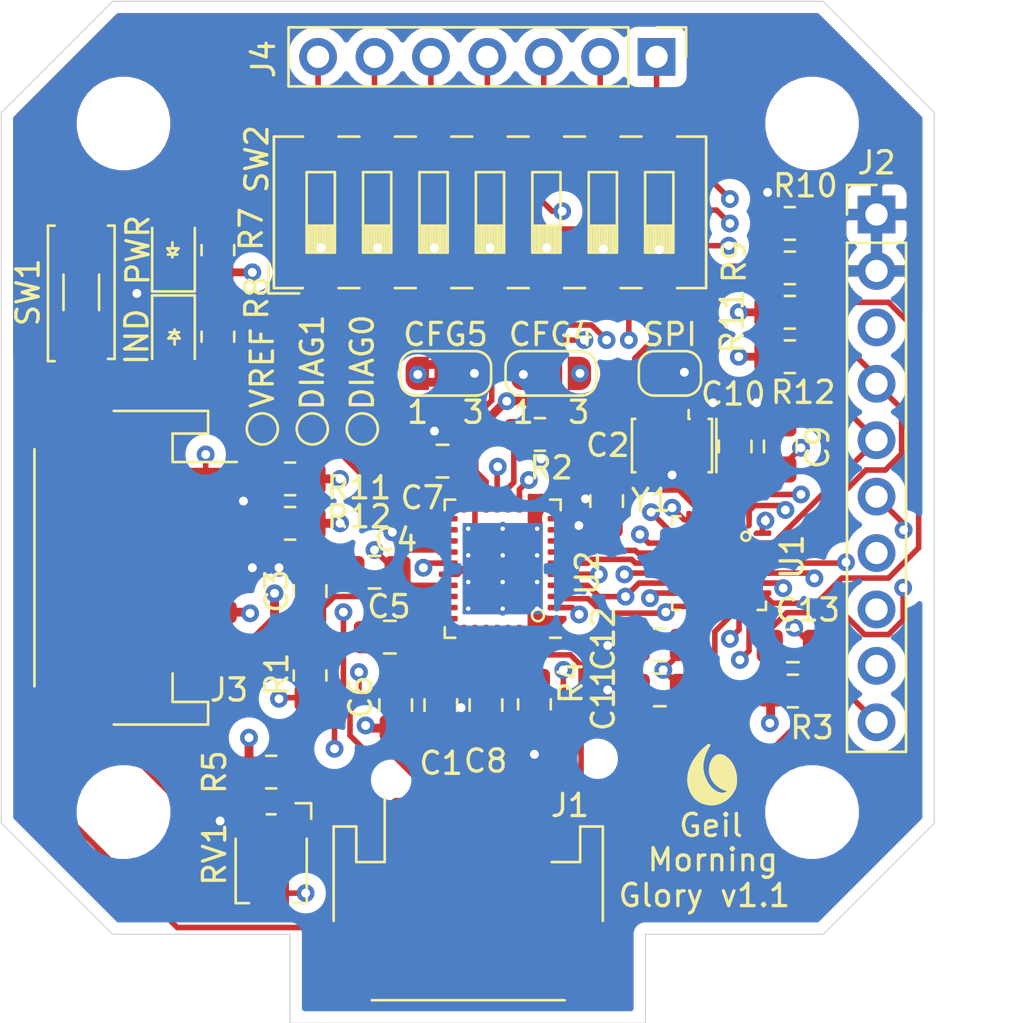
<source format=kicad_pcb>
(kicad_pcb (version 20171130) (host pcbnew "(5.1.12-1-10_14)")
  (layers (0 F.Cu signal) (1 Vio.Cu power) (2 Sig.Cu signal) (31 B.Cu power) (34 B.Paste user hide) (35 F.Paste user hide) (36 B.SilkS user hide) (37 F.SilkS user) (38 B.Mask user hide) (39 F.Mask user hide) (44 Edge.Cuts user hide))
  (net 0 "")
  (net 1 GND)
  (net 2 "Net-(D2-Pad2)")
  (net 3 +5V)
  (net 4 +12V)
  (net 5 /RESET)
  (net 6 "Net-(D3-Pad2)")
  (net 7 /RX)
  (net 8 /SCL)
  (net 9 /SDA)
  (net 10 "Net-(R4-Pad1)")
  (net 11 /IND)
  (net 12 /VM_REF)
  (net 13 "Net-(RV1-Pad2)")
  (net 14 /P7)
  (net 15 /P6)
  (net 16 /P5)
  (net 17 /P4)
  (net 18 /P3)
  (net 19 /P2)
  (net 20 /P1)
  (net 21 /DIR)
  (net 22 /STEP)
  (net 23 /SS)
  (net 24 /MOSI)
  (net 25 /MISO)
  (net 26 /SCK)
  (net 27 "Net-(U2-Pad9)")
  (net 28 "Net-(J5-Pad1)")
  (net 29 "Net-(J6-Pad1)")
  (net 30 "Net-(JP1-Pad2)")
  (net 31 /TX)
  (net 32 /CLKA)
  (net 33 /CLKB)
  (net 34 "Net-(C3-Pad2)")
  (net 35 "Net-(C5-Pad2)")
  (net 36 "Net-(C5-Pad1)")
  (net 37 "Net-(C6-Pad2)")
  (net 38 "Net-(C13-Pad1)")
  (net 39 /TMC2130_silentstepstick_v11/MB2)
  (net 40 /TMC2130_silentstepstick_v11/MA2)
  (net 41 /TMC2130_silentstepstick_v11/MA1)
  (net 42 /TMC2130_silentstepstick_v11/MB1)
  (net 43 /TMC2130_silentstepstick_v11/CFG4)
  (net 44 /TMC2130_silentstepstick_v11/CFG5)
  (net 45 "Net-(R2-Pad1)")
  (net 46 /TMC2130_silentstepstick_v11/EN)
  (net 47 "Net-(J7-Pad1)")
  (module Jumper:SolderJumper-3_P1.3mm_Bridged2Bar12_RoundedPad1.0x1.5mm_NumberLabels (layer F.Cu) (at 149.75 92.75)
    (fp_text reference JP2 hide)
    (fp_text value CFG4 (at 0 -1.75) (layer F.SilkS))
    (fp_poly (pts (xy -0.9 0.2) (xy -0.4 0.2) (xy -0.4 0.6) (xy -0.9 0.6)) (layer F.Cu) (width 0))
    (fp_poly (pts (xy -0.9 -0.6) (xy -0.4 -0.6) (xy -0.4 -0.2) (xy -0.9 -0.2)) (layer F.Cu) (width 0))
    (fp_text user 3 (at 1.25 1.75) (layer F.SilkS))
    (fp_text user 1 (at -1.25 1.75) (layer F.SilkS))
    (pad 3 smd custom (at 1.3 0) (size 1 0.5) (layers F.Cu F.Mask) (net 3 +5V) (options (clearance outline) (anchor rect)) (primitives (gr_circle (center 0 0.25) (end 0.5 0.25) (width 0)) (gr_circle (center 0 -0.25) (end 0.5 -0.25) (width 0)) (gr_poly (pts (xy -0.55 -0.75) (xy 0 -0.75) (xy 0 0.75) (xy -0.55 0.75)) (width 0))))
    (pad 2 smd rect (at 0 0) (size 1 1.5) (layers F.Cu F.Mask) (net 43 /TMC2130_silentstepstick_v11/CFG4))
    (pad 1 smd custom (at -1.3 0) (size 1 0.5) (layers F.Cu F.Mask) (net 1 GND) (options (clearance outline) (anchor rect)) (primitives (gr_circle (center 0 0.25) (end 0.5 0.25) (width 0)) (gr_circle (center 0 -0.25) (end 0.5 -0.25) (width 0)) (gr_poly (pts (xy 0.55 -0.75) (xy 0 -0.75) (xy 0 0.75) (xy 0.55 0.75)) (width 0))))
  )
  (module Connector_PinHeader_2.54mm:PinHeader_1x10_P2.54mm_Vertical (layer F.Cu) (at 164.4015 85.598)
    (fp_text reference J2 (at 0 -2.33) (layer F.SilkS))
    (fp_text value "Male Connector 10 Pin")
    (pad 1 thru_hole rect (at 0 0) (size 1.7 1.7) (drill 1) (layers *.Cu *.Mask) (net 1 GND))
    (pad 2 thru_hole oval (at 0 2.54) (size 1.7 1.7) (drill 1) (layers *.Cu *.Mask) (net 1 GND))
    (pad 3 thru_hole oval (at 0 5.08) (size 1.7 1.7) (drill 1) (layers *.Cu *.Mask) (net 3 +5V))
    (pad 4 thru_hole oval (at 0 7.62) (size 1.7 1.7) (drill 1) (layers *.Cu *.Mask) (net 7 /RX))
    (pad 5 thru_hole oval (at 0 10.16) (size 1.7 1.7) (drill 1) (layers *.Cu *.Mask) (net 31 /TX))
    (pad 6 thru_hole oval (at 0 12.7) (size 1.7 1.7) (drill 1) (layers *.Cu *.Mask) (net 38 "Net-(C13-Pad1)"))
    (pad 7 thru_hole oval (at 0 15.24) (size 1.7 1.7) (drill 1) (layers *.Cu *.Mask) (net 26 /SCK))
    (pad 8 thru_hole oval (at 0 17.78) (size 1.7 1.7) (drill 1) (layers *.Cu *.Mask) (net 25 /MISO))
    (pad 9 thru_hole oval (at 0 20.32) (size 1.7 1.7) (drill 1) (layers *.Cu *.Mask) (net 24 /MOSI))
    (pad 10 thru_hole oval (at 0 22.86) (size 1.7 1.7) (drill 1) (layers *.Cu *.Mask) (net 5 /RESET))
  )
  (module Jumper:SolderJumper-3_P1.3mm_Bridged2Bar12_RoundedPad1.0x1.5mm_NumberLabels (layer F.Cu) (at 145 92.75)
    (fp_text reference JP3 hide)
    (fp_text value CFG5 (at 0 -1.75) (layer F.SilkS))
    (fp_text user 1 (at -1.25 1.75) (layer F.SilkS))
    (fp_text user 3 (at 1.25 1.75) (layer F.SilkS))
    (fp_poly (pts (xy -0.9 -0.6) (xy -0.4 -0.6) (xy -0.4 -0.2) (xy -0.9 -0.2)) (layer F.Cu) (width 0))
    (fp_poly (pts (xy -0.9 0.2) (xy -0.4 0.2) (xy -0.4 0.6) (xy -0.9 0.6)) (layer F.Cu) (width 0))
    (pad 1 smd custom (at -1.3 0) (size 1 0.5) (layers F.Cu F.Mask) (net 3 +5V) (options (clearance outline) (anchor rect)) (primitives (gr_circle (center 0 0.25) (end 0.5 0.25) (width 0)) (gr_circle (center 0 -0.25) (end 0.5 -0.25) (width 0)) (gr_poly (pts (xy 0.55 -0.75) (xy 0 -0.75) (xy 0 0.75) (xy 0.55 0.75)) (width 0))))
    (pad 2 smd rect (at 0 0) (size 1 1.5) (layers F.Cu F.Mask) (net 44 /TMC2130_silentstepstick_v11/CFG5))
    (pad 3 smd custom (at 1.3 0) (size 1 0.5) (layers F.Cu F.Mask) (net 1 GND) (options (clearance outline) (anchor rect)) (primitives (gr_circle (center 0 0.25) (end 0.5 0.25) (width 0)) (gr_circle (center 0 -0.25) (end 0.5 -0.25) (width 0)) (gr_poly (pts (xy -0.55 -0.75) (xy 0 -0.75) (xy 0 0.75) (xy -0.55 0.75)) (width 0))))
  )
  (module TestPoint:TestPoint_Pad_D1.0mm (layer F.Cu) (at 136.75 95.25)
    (fp_text reference J7 hide)
    (fp_text value VREF (at 0 -2.75 90) (layer F.SilkS))
    (pad 1 smd circle (at 0 0) (size 1 1) (layers F.Cu F.Mask) (net 47 "Net-(J7-Pad1)"))
  )
  (module Button_Switch_SMD:SW_DIP_SPSTx07_Slide_6.7x19.34mm_W6.73mm_P2.54mm_LowProfile_JPin (layer F.Cu) (at 147 85.5 90)
    (fp_text reference SW2 (at 2.4 -10.5 270) (layer F.SilkS))
    (fp_text value SW_DIP_x07)
    (pad 1 smd rect (at -3.365 -7.62 90) (size 2.16 1.12) (layers F.Cu F.Paste F.Mask) (net 1 GND))
    (pad 8 smd rect (at 3.365 7.62 90) (size 2.16 1.12) (layers F.Cu F.Paste F.Mask) (net 14 /P7))
    (pad 2 smd rect (at -3.365 -5.08 90) (size 2.16 1.12) (layers F.Cu F.Paste F.Mask) (net 1 GND))
    (pad 9 smd rect (at 3.365 5.08 90) (size 2.16 1.12) (layers F.Cu F.Paste F.Mask) (net 15 /P6))
    (pad 3 smd rect (at -3.365 -2.54 90) (size 2.16 1.12) (layers F.Cu F.Paste F.Mask) (net 1 GND))
    (pad 10 smd rect (at 3.365 2.54 90) (size 2.16 1.12) (layers F.Cu F.Paste F.Mask) (net 16 /P5))
    (pad 4 smd rect (at -3.365 0 90) (size 2.16 1.12) (layers F.Cu F.Paste F.Mask) (net 1 GND))
    (pad 11 smd rect (at 3.365 0 90) (size 2.16 1.12) (layers F.Cu F.Paste F.Mask) (net 17 /P4))
    (pad 5 smd rect (at -3.365 2.54 90) (size 2.16 1.12) (layers F.Cu F.Paste F.Mask) (net 1 GND))
    (pad 12 smd rect (at 3.365 -2.54 90) (size 2.16 1.12) (layers F.Cu F.Paste F.Mask) (net 18 /P3))
    (pad 6 smd rect (at -3.365 5.08 90) (size 2.16 1.12) (layers F.Cu F.Paste F.Mask) (net 1 GND))
    (pad 13 smd rect (at 3.365 -5.08 90) (size 2.16 1.12) (layers F.Cu F.Paste F.Mask) (net 19 /P2))
    (pad 7 smd rect (at -3.365 7.62 90) (size 2.16 1.12) (layers F.Cu F.Paste F.Mask) (net 1 GND))
    (pad 14 smd rect (at 3.365 -7.62 90) (size 2.16 1.12) (layers F.Cu F.Paste F.Mask) (net 20 /P1))
  )
  (module "Motor:Nema 17" (layer F.Cu) (at 146 97 90)
    (fp_text reference H1 hide)
    (fp_text value Nema17)
    (pad 1 np_thru_hole circle (at -15.5 15.5 90) (size 3.2 3.2) (drill 3.2) (layers *.Cu *.Mask))
    (pad 1 np_thru_hole circle (at 15.5 15.5 90) (size 3.2 3.2) (drill 3.2) (layers *.Cu *.Mask))
    (pad 1 np_thru_hole circle (at 15.5 -15.5 90) (size 3.2 3.2) (drill 3.2) (layers *.Cu *.Mask))
    (pad 1 np_thru_hole circle (at -15.5 -15.5 90) (size 3.2 3.2) (drill 3.2) (layers *.Cu *.Mask))
  )
  (module Potentiometer_SMD:Potentiometer_Bourns_TC33X_Vertical (layer F.Cu) (at 137.15 114.7 270)
    (fp_text reference RV1 (at -0.3 2.55 90) (layer F.SilkS))
    (fp_text value 20K)
    (pad 2 smd rect (at 1.45 0 270) (size 1.5 1.6) (layers F.Cu F.Paste F.Mask) (net 13 "Net-(RV1-Pad2)"))
    (pad 3 smd rect (at -1.8 1 270) (size 1.2 1.2) (layers F.Cu F.Paste F.Mask) (net 1 GND))
    (pad 1 smd rect (at -1.8 -1 270) (size 1.2 1.2) (layers F.Cu F.Paste F.Mask) (net 47 "Net-(J7-Pad1)"))
  )
  (module Connector_PinHeader_2.54mm:PinHeader_1x07_P2.54mm_Vertical (layer F.Cu) (at 154.5 78.5 270)
    (fp_text reference J4 (at 0.1 17.7 270) (layer F.SilkS))
    (fp_text value Conn_01x07)
    (pad 7 thru_hole oval (at 0 15.24 270) (size 1.7 1.7) (drill 1) (layers *.Cu *.Mask) (net 20 /P1))
    (pad 6 thru_hole oval (at 0 12.7 270) (size 1.7 1.7) (drill 1) (layers *.Cu *.Mask) (net 19 /P2))
    (pad 5 thru_hole oval (at 0 10.16 270) (size 1.7 1.7) (drill 1) (layers *.Cu *.Mask) (net 18 /P3))
    (pad 4 thru_hole oval (at 0 7.62 270) (size 1.7 1.7) (drill 1) (layers *.Cu *.Mask) (net 17 /P4))
    (pad 3 thru_hole oval (at 0 5.08 270) (size 1.7 1.7) (drill 1) (layers *.Cu *.Mask) (net 16 /P5))
    (pad 2 thru_hole oval (at 0 2.54 270) (size 1.7 1.7) (drill 1) (layers *.Cu *.Mask) (net 15 /P6))
    (pad 1 thru_hole rect (at 0 0 270) (size 1.7 1.7) (drill 1) (layers *.Cu *.Mask) (net 14 /P7))
  )
  (module Resistor_SMD:R_0805_2012Metric_Pad1.20x1.40mm_HandSolder (layer F.Cu) (at 138 99.5 180)
    (fp_text reference R12 (at -3.1 0.3 180) (layer F.SilkS))
    (fp_text value 10K)
    (pad 2 smd roundrect (at 1 0 180) (size 1.2 1.4) (layers F.Cu F.Paste F.Mask) (roundrect_rratio 0.208333) (net 8 /SCL))
    (pad 1 smd roundrect (at -1 0 180) (size 1.2 1.4) (layers F.Cu F.Paste F.Mask) (roundrect_rratio 0.208333) (net 3 +5V))
  )
  (module Resistor_SMD:R_0805_2012Metric_Pad1.20x1.40mm_HandSolder (layer F.Cu) (at 138 97.5 180)
    (fp_text reference R11 (at -3.1 -0.4 180) (layer F.SilkS))
    (fp_text value 10K)
    (pad 2 smd roundrect (at 1 0 180) (size 1.2 1.4) (layers F.Cu F.Paste F.Mask) (roundrect_rratio 0.208333) (net 9 /SDA))
    (pad 1 smd roundrect (at -1 0 180) (size 1.2 1.4) (layers F.Cu F.Paste F.Mask) (roundrect_rratio 0.208333) (net 3 +5V))
  )
  (module Connector_JST:JST_PH_S5B-PH-SM4-TB_1x05-1MP_P2.00mm_Horizontal (layer F.Cu) (at 131 101.5 270)
    (fp_text reference J3 (at 5.5 -4.25 180) (layer F.SilkS))
    (fp_text value "JST 5 Pin")
    (pad MP smd roundrect (at 6.35 2.9 270) (size 1.5 3.4) (layers F.Cu F.Paste F.Mask) (roundrect_rratio 0.166667))
    (pad MP smd roundrect (at -6.35 2.9 270) (size 1.5 3.4) (layers F.Cu F.Paste F.Mask) (roundrect_rratio 0.166667))
    (pad 5 smd roundrect (at 4 -2.85 270) (size 1 3.5) (layers F.Cu F.Paste F.Mask) (net 4 +12V))
    (pad 4 smd roundrect (at 2 -2.85 270) (size 1 3.5) (layers F.Cu F.Paste F.Mask) (net 3 +5V))
    (pad 3 smd roundrect (at 0 -2.85 270) (size 1 3.5) (layers F.Cu F.Paste F.Mask) (net 1 GND))
    (pad 2 smd roundrect (at -2 -2.85 270) (size 1 3.5) (layers F.Cu F.Paste F.Mask) (net 8 /SCL))
    (pad 1 smd roundrect (at -4 -2.85 270) (size 1 3.5) (layers F.Cu F.Paste F.Mask) (net 9 /SDA))
  )
  (module Connector_JST:JST_PH_S4B-PH-SM4-TB_1x04-1MP_P2.00mm_Horizontal (layer F.Cu) (at 146.02 116.46)
    (fp_text reference J1 (at 4.58 -4.26) (layer F.SilkS))
    (fp_text value "Motor Connector")
    (pad MP smd roundrect (at 5.35 2.9) (size 1.5 3.4) (layers F.Cu F.Paste F.Mask) (roundrect_rratio 0.166667))
    (pad MP smd roundrect (at -5.35 2.9) (size 1.5 3.4) (layers F.Cu F.Paste F.Mask) (roundrect_rratio 0.166667))
    (pad 4 smd roundrect (at 3 -2.85) (size 1 3.5) (layers F.Cu F.Paste F.Mask) (net 42 /TMC2130_silentstepstick_v11/MB1))
    (pad 3 smd roundrect (at 1 -2.85) (size 1 3.5) (layers F.Cu F.Paste F.Mask) (net 40 /TMC2130_silentstepstick_v11/MA2))
    (pad 2 smd roundrect (at -1 -2.85) (size 1 3.5) (layers F.Cu F.Paste F.Mask) (net 39 /TMC2130_silentstepstick_v11/MB2))
    (pad 1 smd roundrect (at -3 -2.85) (size 1 3.5) (layers F.Cu F.Paste F.Mask) (net 41 /TMC2130_silentstepstick_v11/MA1))
  )
  (module Resistor_SMD:R_0805_2012Metric_Pad1.20x1.40mm_HandSolder (layer F.Cu) (at 160.5 92)
    (fp_text reference R12 (at 0.6 1.6 180) (layer F.SilkS))
    (fp_text value 10K)
    (pad 2 smd roundrect (at 1 0) (size 1.2 1.4) (layers F.Cu F.Paste F.Mask) (roundrect_rratio 0.208333) (net 31 /TX))
    (pad 1 smd roundrect (at -1 0) (size 1.2 1.4) (layers F.Cu F.Paste F.Mask) (roundrect_rratio 0.208333) (net 3 +5V))
  )
  (module Resistor_SMD:R_0805_2012Metric_Pad1.20x1.40mm_HandSolder (layer F.Cu) (at 160.5 90)
    (fp_text reference R11 (at -2.6 0.4 90) (layer F.SilkS))
    (fp_text value 10K)
    (pad 2 smd roundrect (at 1 0) (size 1.2 1.4) (layers F.Cu F.Paste F.Mask) (roundrect_rratio 0.208333) (net 7 /RX))
    (pad 1 smd roundrect (at -1 0) (size 1.2 1.4) (layers F.Cu F.Paste F.Mask) (roundrect_rratio 0.208333) (net 3 +5V))
  )
  (module Capacitor_SMD:C_0805_2012Metric_Pad1.18x1.45mm_HandSolder (layer F.Cu) (at 141.8 101.7)
    (fp_text reference C4 (at 0.95 -1.45 180) (layer F.SilkS))
    (fp_text value 4u7/10v)
    (pad 1 smd roundrect (at -1.0375 0) (size 1.175 1.45) (layers F.Cu F.Paste F.Mask) (roundrect_rratio 0.2127659574468085) (net 1 GND))
    (pad 2 smd roundrect (at 1.0375 0) (size 1.175 1.45) (layers F.Cu F.Paste F.Mask) (roundrect_rratio 0.2127659574468085) (net 3 +5V))
  )
  (module Crystal:Resonator_SMD_muRata_CSTxExxV-3Pin_3.0x1.1mm_HandSoldering (layer F.Cu) (at 155.1921 96 180)
    (fp_text reference Y1 (at 0.9421 -2.4675 180) (layer F.SilkS))
    (fp_text value 16Mhz)
    (pad 1 smd rect (at -1.2 0 180) (size 0.4 3.2) (layers F.Cu F.Paste F.Mask) (net 32 /CLKA))
    (pad 2 smd rect (at 0 0 180) (size 0.4 3.2) (layers F.Cu F.Paste F.Mask) (net 1 GND))
    (pad 3 smd rect (at 1.2 0 180) (size 0.4 3.2) (layers F.Cu F.Paste F.Mask) (net 33 /CLKB))
  )
  (module Capacitor_SMD:C_0805_2012Metric_Pad1.18x1.45mm_HandSolder (layer F.Cu) (at 160.0689 96.0384 90)
    (fp_text reference C9 (at -0.0366 1.6811 90) (layer F.SilkS))
    (fp_text value 10u)
    (pad 2 smd roundrect (at 1.0375 0 90) (size 1.175 1.45) (layers F.Cu F.Paste F.Mask) (roundrect_rratio 0.2127659574468085) (net 1 GND))
    (pad 1 smd roundrect (at -1.0375 0 90) (size 1.175 1.45) (layers F.Cu F.Paste F.Mask) (roundrect_rratio 0.2127659574468085) (net 3 +5V))
  )
  (module Capacitor_SMD:C_0805_2012Metric_Pad1.18x1.45mm_HandSolder (layer F.Cu) (at 158.0369 96.0384 90)
    (fp_text reference C10 (at 2.3634 -0.0869 180) (layer F.SilkS))
    (fp_text value 100n/50V)
    (pad 1 smd roundrect (at -1.0375 0 90) (size 1.175 1.45) (layers F.Cu F.Paste F.Mask) (roundrect_rratio 0.2127659574468085) (net 3 +5V))
    (pad 2 smd roundrect (at 1.0375 0 90) (size 1.175 1.45) (layers F.Cu F.Paste F.Mask) (roundrect_rratio 0.2127659574468085) (net 1 GND))
  )
  (module "Logos:Geil Small" (layer F.Cu) (at 156.95 111)
    (fp_text reference REF** hide)
    (fp_text value "Geil Small")
  )
  (module Capacitor_SMD:C_0805_2012Metric_Pad1.18x1.45mm_HandSolder (layer F.Cu) (at 146.818 107.685 270)
    (fp_text reference C8 (at 2.515 0.018 180) (layer F.SilkS))
    (fp_text value 1u/50V)
    (pad 2 smd roundrect (at 1.0375 0 270) (size 1.175 1.45) (layers F.Cu F.Paste F.Mask) (roundrect_rratio 0.2127659574468085) (net 1 GND))
    (pad 1 smd roundrect (at -1.0375 0 270) (size 1.175 1.45) (layers F.Cu F.Paste F.Mask) (roundrect_rratio 0.2127659574468085) (net 4 +12V))
  )
  (module TestPoint:TestPoint_Pad_D1.0mm (layer F.Cu) (at 139 95.25 270)
    (fp_text reference J6 hide)
    (fp_text value DIAG1 (at -3 0 90) (layer F.SilkS))
    (pad 1 smd circle (at 0 0 270) (size 1 1) (layers F.Cu F.Mask) (net 29 "Net-(J6-Pad1)"))
  )
  (module Package_DFN_QFN:QFN-28-1EP_4x4mm_P0.45mm_EP2.4x2.4mm (layer F.Cu) (at 157.313 101.291 270)
    (fp_text reference U1 (at -0.291 -3.287 90) (layer F.SilkS))
    (fp_text value ATmega328P-PU)
    (pad 1 smd custom (at -1.95 -1.35 270) (size 0.179289 0.179289) (layers F.Cu F.Paste F.Mask) (net 19 /P2) (options (clearance outline) (anchor circle)) (primitives (gr_poly (pts (xy -0.3375 -0.0625) (xy 0.274112 -0.0625) (xy 0.3375 0.000888) (xy 0.3375 0.0625) (xy -0.3375 0.0625)) (width 0.125))))
    (pad 2 smd roundrect (at -1.95 -0.9 270) (size 0.8 0.25) (layers F.Cu F.Paste F.Mask) (net 18 /P3))
    (pad 3 smd roundrect (at -1.95 -0.45 270) (size 0.8 0.25) (layers F.Cu F.Paste F.Mask) (net 3 +5V))
    (pad 4 smd roundrect (at -1.95 0 270) (size 0.8 0.25) (layers F.Cu F.Paste F.Mask) (net 1 GND))
    (pad 5 smd roundrect (at -1.95 0.45 270) (size 0.8 0.25) (layers F.Cu F.Paste F.Mask) (net 32 /CLKA))
    (pad 6 smd roundrect (at -1.95 0.9 270) (size 0.8 0.25) (layers F.Cu F.Paste F.Mask) (net 33 /CLKB))
    (pad 7 smd custom (at -1.95 1.35 270) (size 0.179289 0.179289) (layers F.Cu F.Paste F.Mask) (net 17 /P4) (options (clearance outline) (anchor circle)) (primitives (gr_poly (pts (xy -0.3375 -0.0625) (xy 0.3375 -0.0625) (xy 0.3375 -0.000888) (xy 0.274112 0.0625) (xy -0.3375 0.0625)) (width 0.125))))
    (pad 8 smd custom (at -1.35 1.95 270) (size 0.179289 0.179289) (layers F.Cu F.Paste F.Mask) (net 16 /P5) (options (clearance outline) (anchor circle)) (primitives (gr_poly (pts (xy -0.0625 -0.274112) (xy 0.000888 -0.3375) (xy 0.0625 -0.3375) (xy 0.0625 0.3375) (xy -0.0625 0.3375)) (width 0.125))))
    (pad 9 smd roundrect (at -0.9 1.95 270) (size 0.25 0.8) (layers F.Cu F.Paste F.Mask) (net 46 /TMC2130_silentstepstick_v11/EN))
    (pad 10 smd roundrect (at -0.45 1.95 270) (size 0.25 0.8) (layers F.Cu F.Paste F.Mask) (net 21 /DIR))
    (pad 11 smd roundrect (at 0 1.95 270) (size 0.25 0.8) (layers F.Cu F.Paste F.Mask) (net 22 /STEP))
    (pad 12 smd roundrect (at 0.45 1.95 270) (size 0.25 0.8) (layers F.Cu F.Paste F.Mask) (net 23 /SS))
    (pad 13 smd roundrect (at 0.9 1.95 270) (size 0.25 0.8) (layers F.Cu F.Paste F.Mask) (net 24 /MOSI))
    (pad 14 smd custom (at 1.35 1.95 270) (size 0.179289 0.179289) (layers F.Cu F.Paste F.Mask) (net 25 /MISO) (options (clearance outline) (anchor circle)) (primitives (gr_poly (pts (xy -0.0625 -0.3375) (xy -0.000888 -0.3375) (xy 0.0625 -0.274112) (xy 0.0625 0.3375) (xy -0.0625 0.3375)) (width 0.125))))
    (pad 15 smd custom (at 1.95 1.35 270) (size 0.179289 0.179289) (layers F.Cu F.Paste F.Mask) (net 26 /SCK) (options (clearance outline) (anchor circle)) (primitives (gr_poly (pts (xy -0.3375 -0.0625) (xy 0.3375 -0.0625) (xy 0.3375 0.0625) (xy -0.274112 0.0625) (xy -0.3375 -0.000888)) (width 0.125))))
    (pad 16 smd roundrect (at 1.95 0.9 270) (size 0.8 0.25) (layers F.Cu F.Paste F.Mask) (net 3 +5V))
    (pad 17 smd roundrect (at 1.95 0.45 270) (size 0.8 0.25) (layers F.Cu F.Paste F.Mask) (net 3 +5V))
    (pad 18 smd roundrect (at 1.95 0 270) (size 0.8 0.25) (layers F.Cu F.Paste F.Mask) (net 1 GND))
    (pad 19 smd roundrect (at 1.95 -0.45 270) (size 0.8 0.25) (layers F.Cu F.Paste F.Mask) (net 11 /IND))
    (pad 20 smd roundrect (at 1.95 -0.9 270) (size 0.8 0.25) (layers F.Cu F.Paste F.Mask) (net 15 /P6))
    (pad 21 smd custom (at 1.95 -1.35 270) (size 0.179289 0.179289) (layers F.Cu F.Paste F.Mask) (net 14 /P7) (options (clearance outline) (anchor circle)) (primitives (gr_poly (pts (xy -0.3375 0.000888) (xy -0.274112 -0.0625) (xy 0.3375 -0.0625) (xy 0.3375 0.0625) (xy -0.3375 0.0625)) (width 0.125))))
    (pad 22 smd custom (at 1.35 -1.95 270) (size 0.179289 0.179289) (layers F.Cu F.Paste F.Mask) (net 12 /VM_REF) (options (clearance outline) (anchor circle)) (primitives (gr_poly (pts (xy -0.0625 -0.3375) (xy 0.0625 -0.3375) (xy 0.0625 0.274112) (xy -0.000888 0.3375) (xy -0.0625 0.3375)) (width 0.125))))
    (pad 23 smd roundrect (at 0.9 -1.95 270) (size 0.25 0.8) (layers F.Cu F.Paste F.Mask) (net 9 /SDA))
    (pad 24 smd roundrect (at 0.45 -1.95 270) (size 0.25 0.8) (layers F.Cu F.Paste F.Mask) (net 8 /SCL))
    (pad 25 smd roundrect (at 0 -1.95 270) (size 0.25 0.8) (layers F.Cu F.Paste F.Mask) (net 5 /RESET))
    (pad 26 smd roundrect (at -0.45 -1.95 270) (size 0.25 0.8) (layers F.Cu F.Paste F.Mask) (net 7 /RX))
    (pad 27 smd roundrect (at -0.9 -1.95 270) (size 0.25 0.8) (layers F.Cu F.Paste F.Mask) (net 31 /TX))
    (pad 28 smd custom (at -1.35 -1.95 270) (size 0.179289 0.179289) (layers F.Cu F.Paste F.Mask) (net 20 /P1) (options (clearance outline) (anchor circle)) (primitives (gr_poly (pts (xy -0.0625 -0.3375) (xy 0.0625 -0.3375) (xy 0.0625 0.3375) (xy 0.000888 0.3375) (xy -0.0625 0.274112)) (width 0.125))))
    (pad 29 smd rect (at 0 0 270) (size 2.4 2.4) (layers F.Cu F.Mask) (net 1 GND))
  )
  (module TestPoint:TestPoint_Pad_D1.0mm (layer F.Cu) (at 141.25 95.25 270)
    (fp_text reference J5 hide)
    (fp_text value DIAG0 (at -3 0 90) (layer F.SilkS))
    (pad 1 smd circle (at 0 0 270) (size 1 1) (layers F.Cu F.Mask) (net 28 "Net-(J5-Pad1)"))
  )
  (module Jumper:SolderJumper-2_P1.3mm_Open_RoundedPad1.0x1.5mm (layer F.Cu) (at 155.1 92.75 180)
    (fp_text reference JP1 hide)
    (fp_text value SPI (at 0 1.75) (layer F.SilkS))
    (pad 1 smd custom (at -0.65 0 180) (size 1 0.5) (layers F.Cu F.Mask) (net 1 GND) (options (clearance outline) (anchor rect)) (primitives (gr_circle (center 0 0.25) (end 0.5 0.25) (width 0)) (gr_circle (center 0 -0.25) (end 0.5 -0.25) (width 0)) (gr_poly (pts (xy 0 -0.75) (xy 0.5 -0.75) (xy 0.5 0.75) (xy 0 0.75)) (width 0))))
    (pad 2 smd custom (at 0.65 0 180) (size 1 0.5) (layers F.Cu F.Mask) (net 30 "Net-(JP1-Pad2)") (options (clearance outline) (anchor rect)) (primitives (gr_circle (center 0 0.25) (end 0.5 0.25) (width 0)) (gr_circle (center 0 -0.25) (end 0.5 -0.25) (width 0)) (gr_poly (pts (xy 0 -0.75) (xy -0.5 -0.75) (xy -0.5 0.75) (xy 0 0.75)) (width 0))))
  )
  (module Capacitor_SMD:C_0805_2012Metric_Pad1.18x1.45mm_HandSolder (layer F.Cu) (at 142.492 104.625 180)
    (fp_text reference C5 (at 0.042 1.375 180) (layer F.SilkS))
    (fp_text value 22n/50V)
    (pad 2 smd roundrect (at 1.0375 0 180) (size 1.175 1.45) (layers F.Cu F.Paste F.Mask) (roundrect_rratio 0.2127659574468085) (net 35 "Net-(C5-Pad2)"))
    (pad 1 smd roundrect (at -1.0375 0 180) (size 1.175 1.45) (layers F.Cu F.Paste F.Mask) (roundrect_rratio 0.2127659574468085) (net 36 "Net-(C5-Pad1)"))
  )
  (module Capacitor_SMD:C_0805_2012Metric_Pad1.18x1.45mm_HandSolder (layer F.Cu) (at 152.25 98.5 90)
    (fp_text reference C2 (at 2.5125 0.05 180) (layer F.SilkS))
    (fp_text value 100n/50V)
    (pad 1 smd roundrect (at -1.0375 0 90) (size 1.175 1.45) (layers F.Cu F.Paste F.Mask) (roundrect_rratio 0.2127659574468085) (net 3 +5V))
    (pad 2 smd roundrect (at 1.0375 0 90) (size 1.175 1.45) (layers F.Cu F.Paste F.Mask) (roundrect_rratio 0.2127659574468085) (net 1 GND))
  )
  (module Capacitor_SMD:C_0805_2012Metric_Pad1.18x1.45mm_HandSolder (layer F.Cu) (at 138.9 102.55 270)
    (fp_text reference C3 (at 0 1.5 270) (layer F.SilkS))
    (fp_text value 470n/10V)
    (pad 2 smd roundrect (at 1.0375 0 270) (size 1.175 1.45) (layers F.Cu F.Paste F.Mask) (roundrect_rratio 0.2127659574468085) (net 34 "Net-(C3-Pad2)"))
    (pad 1 smd roundrect (at -1.0375 0 270) (size 1.175 1.45) (layers F.Cu F.Paste F.Mask) (roundrect_rratio 0.2127659574468085) (net 1 GND))
  )
  (module Capacitor_SMD:C_0805_2012Metric_Pad1.18x1.45mm_HandSolder (layer F.Cu) (at 144.786 107.685 270)
    (fp_text reference C1 (at 2.615 -0.014 180) (layer F.SilkS))
    (fp_text value 100n/50V)
    (pad 1 smd roundrect (at -1.0375 0 270) (size 1.175 1.45) (layers F.Cu F.Paste F.Mask) (roundrect_rratio 0.2127659574468085) (net 4 +12V))
    (pad 2 smd roundrect (at 1.0375 0 270) (size 1.175 1.45) (layers F.Cu F.Paste F.Mask) (roundrect_rratio 0.2127659574468085) (net 1 GND))
  )
  (module Capacitor_SMD:C_0805_2012Metric_Pad1.18x1.45mm_HandSolder (layer F.Cu) (at 144.8625 96.7 180)
    (fp_text reference C7 (at 0.9125 -1.65) (layer F.SilkS))
    (fp_text value 100n/50V)
    (pad 2 smd roundrect (at 1.0375 0 180) (size 1.175 1.45) (layers F.Cu F.Paste F.Mask) (roundrect_rratio 0.2127659574468085) (net 1 GND))
    (pad 1 smd roundrect (at -1.0375 0 180) (size 1.175 1.45) (layers F.Cu F.Paste F.Mask) (roundrect_rratio 0.2127659574468085) (net 4 +12V))
  )
  (module Capacitor_SMD:C_0805_2012Metric_Pad1.18x1.45mm_HandSolder (layer F.Cu) (at 142.754 107.685 90)
    (fp_text reference C6 (at 0.36 -1.579 90) (layer F.SilkS))
    (fp_text value 100n/50V)
    (pad 1 smd roundrect (at -1.0375 0 90) (size 1.175 1.45) (layers F.Cu F.Paste F.Mask) (roundrect_rratio 0.2127659574468085) (net 4 +12V))
    (pad 2 smd roundrect (at 1.0375 0 90) (size 1.175 1.45) (layers F.Cu F.Paste F.Mask) (roundrect_rratio 0.2127659574468085) (net 37 "Net-(C6-Pad2)"))
  )
  (module Resistor_SMD:R_0805_2012Metric_Pad1.20x1.40mm_HandSolder (layer F.Cu) (at 138.9 106.35 90)
    (fp_text reference R1 (at 0.05 -1.5 270) (layer F.SilkS))
    (fp_text value 2R2)
    (pad 1 smd roundrect (at -1 0 90) (size 1.2 1.4) (layers F.Cu F.Paste F.Mask) (roundrect_rratio 0.2083325) (net 3 +5V))
    (pad 2 smd roundrect (at 1 0 90) (size 1.2 1.4) (layers F.Cu F.Paste F.Mask) (roundrect_rratio 0.2083325) (net 34 "Net-(C3-Pad2)"))
  )
  (module Resistor_SMD:R_0805_2012Metric_Pad1.20x1.40mm_HandSolder (layer F.Cu) (at 149 107.65 270)
    (fp_text reference R4 (at -1 -1.651 270) (layer F.SilkS))
    (fp_text value R0805/0R11)
    (pad 1 smd roundrect (at -1 0 270) (size 1.2 1.4) (layers F.Cu F.Paste F.Mask) (roundrect_rratio 0.2083325) (net 10 "Net-(R4-Pad1)"))
    (pad 2 smd roundrect (at 1 0 270) (size 1.2 1.4) (layers F.Cu F.Paste F.Mask) (roundrect_rratio 0.2083325) (net 1 GND))
  )
  (module Resistor_SMD:R_0805_2012Metric_Pad1.20x1.40mm_HandSolder (layer F.Cu) (at 149.25 95.5)
    (fp_text reference R2 (at 0.5 1.5 180) (layer F.SilkS))
    (fp_text value R0805/0R11)
    (pad 2 smd roundrect (at 1 0) (size 1.2 1.4) (layers F.Cu F.Paste F.Mask) (roundrect_rratio 0.2083325) (net 1 GND))
    (pad 1 smd roundrect (at -1 0) (size 1.2 1.4) (layers F.Cu F.Paste F.Mask) (roundrect_rratio 0.2083325) (net 45 "Net-(R2-Pad1)"))
  )
  (module Capacitor_SMD:C_0805_2012Metric_Pad1.18x1.45mm_HandSolder (layer F.Cu) (at 160.634 105.017)
    (fp_text reference C13 (at 0.666 -1.617 180) (layer F.SilkS))
    (fp_text value 100nF/50V)
    (pad 1 smd roundrect (at -1.0375 0) (size 1.175 1.45) (layers F.Cu F.Paste F.Mask) (roundrect_rratio 0.2127659574468085) (net 38 "Net-(C13-Pad1)"))
    (pad 2 smd roundrect (at 1.0375 0) (size 1.175 1.45) (layers F.Cu F.Paste F.Mask) (roundrect_rratio 0.2127659574468085) (net 5 /RESET))
  )
  (module Resistor_SMD:R_0805_2012Metric_Pad1.20x1.40mm_HandSolder (layer F.Cu) (at 160.634 107.049 180)
    (fp_text reference R3 (at -0.866 -1.651) (layer F.SilkS))
    (fp_text value 10K)
    (pad 1 smd roundrect (at -1 0 180) (size 1.2 1.4) (layers F.Cu F.Paste F.Mask) (roundrect_rratio 0.2083325) (net 5 /RESET))
    (pad 2 smd roundrect (at 1 0 180) (size 1.2 1.4) (layers F.Cu F.Paste F.Mask) (roundrect_rratio 0.2083325) (net 3 +5V))
  )
  (module Button_Switch_SMD:SPST_FSM2JMTR (layer F.Cu) (at 128.6 89.1 270)
    (fp_text reference SW1 (at 0 2.4 90) (layer F.SilkS))
    (fp_text value SW_SPST)
    (pad 2 smd rect (at 2.4 0 270) (size 2.8 2.2) (layers F.Cu F.Paste F.Mask) (net 5 /RESET))
    (pad 1 smd rect (at -2.4 0 270) (size 2.8 2.2) (layers F.Cu F.Paste F.Mask) (net 1 GND))
  )
  (module Capacitor_SMD:C_0805_2012Metric_Pad1.18x1.45mm_HandSolder (layer F.Cu) (at 154.646 104.974 180)
    (fp_text reference C12 (at 2.546 0.274 90) (layer F.SilkS))
    (fp_text value 0.1u)
    (pad 1 smd roundrect (at -1.0375 0 180) (size 1.175 1.45) (layers F.Cu F.Paste F.Mask) (roundrect_rratio 0.2127659574468085) (net 3 +5V))
    (pad 2 smd roundrect (at 1.0375 0 180) (size 1.175 1.45) (layers F.Cu F.Paste F.Mask) (roundrect_rratio 0.2127659574468085) (net 1 GND))
  )
  (module Capacitor_SMD:C_0805_2012Metric_Pad1.18x1.45mm_HandSolder (layer F.Cu) (at 154.646 107 180)
    (fp_text reference C11 (at 2.546 -0.4 270) (layer F.SilkS))
    (fp_text value 100n/50V)
    (pad 2 smd roundrect (at 1.0375 0 180) (size 1.175 1.45) (layers F.Cu F.Paste F.Mask) (roundrect_rratio 0.2127659574468085) (net 1 GND))
    (pad 1 smd roundrect (at -1.0375 0 180) (size 1.175 1.45) (layers F.Cu F.Paste F.Mask) (roundrect_rratio 0.2127659574468085) (net 3 +5V))
  )
  (module Package_DFN_QFN:QFN-36-1EP_5x6mm_P0.5mm_EP3.6x4.1mm_ThermalVias (layer F.Cu) (at 147.572 101.543 180)
    (fp_text reference U2 (at -3.81 -0.1905 90) (layer F.SilkS))
    (fp_text value TMC2130-LA)
    (pad 1 smd roundrect (at -2.45 -2.25 180) (size 0.85 0.25) (layers F.Cu F.Paste F.Mask) (net 1 GND))
    (pad 2 smd roundrect (at -2.45 -1.75 180) (size 0.85 0.25) (layers F.Cu F.Paste F.Mask) (net 23 /SS))
    (pad 3 smd roundrect (at -2.45 -1.25 180) (size 0.85 0.25) (layers F.Cu F.Paste F.Mask) (net 26 /SCK))
    (pad 4 smd roundrect (at -2.45 -0.75 180) (size 0.85 0.25) (layers F.Cu F.Paste F.Mask) (net 24 /MOSI))
    (pad 5 smd roundrect (at -2.45 -0.25 180) (size 0.85 0.25) (layers F.Cu F.Paste F.Mask) (net 25 /MISO))
    (pad 6 smd roundrect (at -2.45 0.25 180) (size 0.85 0.25) (layers F.Cu F.Paste F.Mask) (net 22 /STEP))
    (pad 7 smd roundrect (at -2.45 0.75 180) (size 0.85 0.25) (layers F.Cu F.Paste F.Mask) (net 21 /DIR))
    (pad 8 smd roundrect (at -2.45 1.25 180) (size 0.85 0.25) (layers F.Cu F.Paste F.Mask) (net 3 +5V))
    (pad 9 smd roundrect (at -2.45 1.75 180) (size 0.85 0.25) (layers F.Cu F.Paste F.Mask) (net 27 "Net-(U2-Pad9)"))
    (pad 10 smd roundrect (at -2.45 2.25 180) (size 0.85 0.25) (layers F.Cu F.Paste F.Mask) (net 30 "Net-(JP1-Pad2)"))
    (pad 11 smd roundrect (at -1.75 2.95 180) (size 0.25 0.85) (layers F.Cu F.Paste F.Mask) (net 1 GND))
    (pad 12 smd roundrect (at -1.25 2.95 180) (size 0.25 0.85) (layers F.Cu F.Paste F.Mask) (net 1 GND))
    (pad 13 smd roundrect (at -0.75 2.95 180) (size 0.25 0.85) (layers F.Cu F.Paste F.Mask) (net 42 /TMC2130_silentstepstick_v11/MB1))
    (pad 14 smd roundrect (at -0.25 2.95 180) (size 0.25 0.85) (layers F.Cu F.Paste F.Mask) (net 45 "Net-(R2-Pad1)"))
    (pad 15 smd roundrect (at 0.25 2.95 180) (size 0.25 0.85) (layers F.Cu F.Paste F.Mask) (net 39 /TMC2130_silentstepstick_v11/MB2))
    (pad 16 smd roundrect (at 0.75 2.95 180) (size 0.25 0.85) (layers F.Cu F.Paste F.Mask) (net 4 +12V))
    (pad 17 smd roundrect (at 1.25 2.95 180) (size 0.25 0.85) (layers F.Cu F.Paste F.Mask) (net 1 GND))
    (pad 18 smd roundrect (at 1.75 2.95 180) (size 0.25 0.85) (layers F.Cu F.Paste F.Mask) (net 43 /TMC2130_silentstepstick_v11/CFG4))
    (pad 19 smd roundrect (at 2.45 2.25 180) (size 0.85 0.25) (layers F.Cu F.Paste F.Mask) (net 44 /TMC2130_silentstepstick_v11/CFG5))
    (pad 20 smd roundrect (at 2.45 1.75 180) (size 0.85 0.25) (layers F.Cu F.Paste F.Mask) (net 28 "Net-(J5-Pad1)"))
    (pad 21 smd roundrect (at 2.45 1.25 180) (size 0.85 0.25) (layers F.Cu F.Paste F.Mask) (net 29 "Net-(J6-Pad1)"))
    (pad 22 smd roundrect (at 2.45 0.75 180) (size 0.85 0.25) (layers F.Cu F.Paste F.Mask) (net 46 /TMC2130_silentstepstick_v11/EN))
    (pad 23 smd roundrect (at 2.45 0.25 180) (size 0.85 0.25) (layers F.Cu F.Paste F.Mask) (net 13 "Net-(RV1-Pad2)"))
    (pad 24 smd roundrect (at 2.45 -0.25 180) (size 0.85 0.25) (layers F.Cu F.Paste F.Mask) (net 1 GND))
    (pad 25 smd roundrect (at 2.45 -0.75 180) (size 0.85 0.25) (layers F.Cu F.Paste F.Mask) (net 3 +5V))
    (pad 26 smd roundrect (at 2.45 -1.25 180) (size 0.85 0.25) (layers F.Cu F.Paste F.Mask) (net 34 "Net-(C3-Pad2)"))
    (pad 27 smd roundrect (at 2.45 -1.75 180) (size 0.85 0.25) (layers F.Cu F.Paste F.Mask) (net 35 "Net-(C5-Pad2)"))
    (pad 28 smd roundrect (at 2.45 -2.25 180) (size 0.85 0.25) (layers F.Cu F.Paste F.Mask) (net 36 "Net-(C5-Pad1)"))
    (pad 29 smd roundrect (at 1.75 -2.95 180) (size 0.25 0.85) (layers F.Cu F.Paste F.Mask) (net 37 "Net-(C6-Pad2)"))
    (pad 30 smd roundrect (at 1.25 -2.95 180) (size 0.25 0.85) (layers F.Cu F.Paste F.Mask) (net 4 +12V))
    (pad 31 smd roundrect (at 0.75 -2.95 180) (size 0.25 0.85) (layers F.Cu F.Paste F.Mask) (net 4 +12V))
    (pad 32 smd roundrect (at 0.25 -2.95 180) (size 0.25 0.85) (layers F.Cu F.Paste F.Mask) (net 40 /TMC2130_silentstepstick_v11/MA2))
    (pad 33 smd roundrect (at -0.25 -2.95 180) (size 0.25 0.85) (layers F.Cu F.Paste F.Mask) (net 10 "Net-(R4-Pad1)"))
    (pad 34 smd roundrect (at -0.75 -2.95 180) (size 0.25 0.85) (layers F.Cu F.Paste F.Mask) (net 41 /TMC2130_silentstepstick_v11/MA1))
    (pad 35 smd roundrect (at -1.25 -2.95 180) (size 0.25 0.85) (layers F.Cu F.Paste F.Mask) (net 1 GND))
    (pad 36 smd roundrect (at -1.75 -2.95 180) (size 0.25 0.85) (layers F.Cu F.Paste F.Mask) (net 1 GND))
    (pad 37 smd rect (at 0 0 180) (size 3.6 4.1) (layers F.Cu F.Mask) (net 1 GND))
    (pad 37 thru_hole circle (at -1.55 -1.8 180) (size 0.5 0.5) (drill 0.2) (layers *.Cu) (net 1 GND))
    (pad 37 thru_hole circle (at 0 -1.8 180) (size 0.5 0.5) (drill 0.2) (layers *.Cu) (net 1 GND))
    (pad 37 thru_hole circle (at 1.55 -1.8 180) (size 0.5 0.5) (drill 0.2) (layers *.Cu) (net 1 GND))
    (pad 37 thru_hole circle (at -1.55 -0.6 180) (size 0.5 0.5) (drill 0.2) (layers *.Cu) (net 1 GND))
    (pad 37 thru_hole circle (at 0 -0.6 180) (size 0.5 0.5) (drill 0.2) (layers *.Cu) (net 1 GND))
    (pad 37 thru_hole circle (at 1.55 -0.6 180) (size 0.5 0.5) (drill 0.2) (layers *.Cu) (net 1 GND))
    (pad 37 thru_hole circle (at -1.55 0.6 180) (size 0.5 0.5) (drill 0.2) (layers *.Cu) (net 1 GND))
    (pad 37 thru_hole circle (at 0 0.6 180) (size 0.5 0.5) (drill 0.2) (layers *.Cu) (net 1 GND))
    (pad 37 thru_hole circle (at 1.55 0.6 180) (size 0.5 0.5) (drill 0.2) (layers *.Cu) (net 1 GND))
    (pad 37 thru_hole circle (at -1.55 1.8 180) (size 0.5 0.5) (drill 0.2) (layers *.Cu) (net 1 GND))
    (pad 37 thru_hole circle (at 0 1.8 180) (size 0.5 0.5) (drill 0.2) (layers *.Cu) (net 1 GND))
    (pad 37 thru_hole circle (at 1.55 1.8 180) (size 0.5 0.5) (drill 0.2) (layers *.Cu) (net 1 GND))
    (pad 37 smd rect (at 0 0 180) (size 3.6 4.1) (layers B.Cu) (net 1 GND))
  )
  (module LED_SMD:LED_0805_2012Metric_Pad1.15x1.40mm_HandSolder_WithDirection (layer F.Cu) (at 132.75 91.1 270)
    (fp_text reference D3 hide)
    (fp_text value IND (at 0 1.65 90) (layer F.SilkS))
    (pad 1 smd roundrect (at -1.025 0 270) (size 1.15 1.4) (layers F.Cu F.Paste F.Mask) (roundrect_rratio 0.2173904347826087) (net 1 GND))
    (pad 2 smd roundrect (at 1.025 0 270) (size 1.15 1.4) (layers F.Cu F.Paste F.Mask) (roundrect_rratio 0.2173904347826087) (net 6 "Net-(D3-Pad2)"))
  )
  (module Resistor_SMD:R_0805_2012Metric_Pad1.20x1.40mm_HandSolder (layer F.Cu) (at 134.75 87.2 90)
    (fp_text reference R7 (at 0.95 1.5 270) (layer F.SilkS))
    (fp_text value 150Ω)
    (pad 2 smd roundrect (at 1 0 90) (size 1.2 1.4) (layers F.Cu F.Paste F.Mask) (roundrect_rratio 0.2083325) (net 2 "Net-(D2-Pad2)"))
    (pad 1 smd roundrect (at -1 0 90) (size 1.2 1.4) (layers F.Cu F.Paste F.Mask) (roundrect_rratio 0.2083325) (net 3 +5V))
  )
  (module Resistor_SMD:R_0805_2012Metric_Pad1.20x1.40mm_HandSolder (layer F.Cu) (at 134.75 91.1 270)
    (fp_text reference R8 (at -1.75 -1.75 270) (layer F.SilkS))
    (fp_text value 150Ω)
    (pad 1 smd roundrect (at -1 0 270) (size 1.2 1.4) (layers F.Cu F.Paste F.Mask) (roundrect_rratio 0.2083325) (net 11 /IND))
    (pad 2 smd roundrect (at 1 0 270) (size 1.2 1.4) (layers F.Cu F.Paste F.Mask) (roundrect_rratio 0.2083325) (net 6 "Net-(D3-Pad2)"))
  )
  (module Resistor_SMD:R_0805_2012Metric_Pad1.20x1.40mm_HandSolder (layer F.Cu) (at 160.5 88)
    (fp_text reference R9 (at -2.5 -0.3 270) (layer F.SilkS))
    (fp_text value 1M)
    (pad 1 smd roundrect (at -1 0) (size 1.2 1.4) (layers F.Cu F.Paste F.Mask) (roundrect_rratio 0.2083325) (net 4 +12V))
    (pad 2 smd roundrect (at 1 0) (size 1.2 1.4) (layers F.Cu F.Paste F.Mask) (roundrect_rratio 0.2083325) (net 12 /VM_REF))
  )
  (module Resistor_SMD:R_0805_2012Metric_Pad1.20x1.40mm_HandSolder (layer F.Cu) (at 160.5 86 180)
    (fp_text reference R10 (at -0.7 1.7 180) (layer F.SilkS))
    (fp_text value 100K)
    (pad 2 smd roundrect (at 1 0 180) (size 1.2 1.4) (layers F.Cu F.Paste F.Mask) (roundrect_rratio 0.2083325) (net 1 GND))
    (pad 1 smd roundrect (at -1 0 180) (size 1.2 1.4) (layers F.Cu F.Paste F.Mask) (roundrect_rratio 0.2083325) (net 12 /VM_REF))
  )
  (module LED_SMD:LED_0805_2012Metric_Pad1.15x1.40mm_HandSolder_WithDirection (layer F.Cu) (at 132.75 87.2 90)
    (fp_text reference D2 hide)
    (fp_text value PWR (at 0 -1.6 270) (layer F.SilkS))
    (pad 1 smd roundrect (at -1.025 0 90) (size 1.15 1.4) (layers F.Cu F.Paste F.Mask) (roundrect_rratio 0.2173904347826087) (net 1 GND))
    (pad 2 smd roundrect (at 1.025 0 90) (size 1.15 1.4) (layers F.Cu F.Paste F.Mask) (roundrect_rratio 0.2173904347826087) (net 2 "Net-(D2-Pad2)"))
  )
  (module Resistor_SMD:R_0805_2012Metric_Pad1.20x1.40mm_HandSolder (layer F.Cu) (at 137.15 110.7 180)
    (fp_text reference R5 (at 2.55 0 90) (layer F.SilkS))
    (fp_text value 20K)
    (pad 1 smd roundrect (at -1 0 180) (size 1.2 1.4) (layers F.Cu F.Paste F.Mask) (roundrect_rratio 0.2083325) (net 47 "Net-(J7-Pad1)"))
    (pad 2 smd roundrect (at 1 0 180) (size 1.2 1.4) (layers F.Cu F.Paste F.Mask) (roundrect_rratio 0.2083325) (net 3 +5V))
  )
  (gr_text Geil (at 156.95 113.1) (layer F.SilkS) (effects (font (size 1 1))))
  (gr_text " Morning\nGlory v1.1" (at 156.65 115.45) (layer F.SilkS) (effects (font (size 1 1))))
  (gr_circle (center 158.5195 100.0845) (end 158.71 100.021) (layer F.SilkS) (width 0.12))
  (gr_circle (center 149.1595 103.6385) (end 149.35 103.829) (layer F.SilkS) (width 0.12))
  (gr_line (start 125 113) (end 125 81) (layer Edge.Cuts) (width 0.05))
  (gr_line (start 130 118) (end 125 113) (layer Edge.Cuts) (width 0.05))
  (gr_line (start 138 118) (end 130 118) (layer Edge.Cuts) (width 0.05))
  (gr_line (start 138 122) (end 138 118) (layer Edge.Cuts) (width 0.05))
  (gr_line (start 154 122) (end 138 122) (layer Edge.Cuts) (width 0.05))
  (gr_line (start 154 118) (end 154 122) (layer Edge.Cuts) (width 0.05))
  (gr_line (start 162 118) (end 154 118) (layer Edge.Cuts) (width 0.05))
  (gr_line (start 167 113) (end 162 118) (layer Edge.Cuts) (width 0.05))
  (gr_line (start 167 81) (end 167 113) (layer Edge.Cuts) (width 0.05))
  (gr_line (start 162 76) (end 167 81) (layer Edge.Cuts) (width 0.05))
  (gr_line (start 130 76) (end 162 76) (layer Edge.Cuts) (width 0.05))
  (gr_line (start 125 81) (end 130 76) (layer Edge.Cuts) (width 0.05))
  (segment (start 148.822 100.293) (end 147.572 101.543) (width 0.25) (layer F.Cu) (net 1))
  (segment (start 148.822 98.593) (end 148.822 100.293) (width 0.25) (layer F.Cu) (net 1))
  (segment (start 149.322 98.593) (end 148.822 98.593) (width 0.25) (layer F.Cu) (net 1))
  (segment (start 146.322 100.293) (end 147.572 101.543) (width 0.25) (layer F.Cu) (net 1))
  (segment (start 146.322 98.593) (end 146.322 100.293) (width 0.25) (layer F.Cu) (net 1))
  (segment (start 145.797 101.543) (end 147.572 101.543) (width 0.25) (layer F.Cu) (net 1))
  (segment (start 145.547 101.793) (end 145.797 101.543) (width 0.25) (layer F.Cu) (net 1))
  (segment (start 145.122 101.793) (end 145.547 101.793) (width 0.25) (layer F.Cu) (net 1))
  (segment (start 147.572 101.780668) (end 147.572 101.543) (width 0.25) (layer F.Cu) (net 1))
  (segment (start 157.313 99.341) (end 157.313 101.291) (width 0.25) (layer F.Cu) (net 1))
  (segment (start 156.863 100.841) (end 157.313 101.291) (width 0.25) (layer F.Cu) (net 1))
  (segment (start 153.6085 104.974) (end 153.503 104.974) (width 0.25) (layer F.Cu) (net 1))
  (segment (start 157.313 103.241) (end 157.313 101.291) (width 0.25) (layer F.Cu) (net 1))
  (segment (start 148.822 103.643) (end 149.122 103.343) (width 0.25) (layer F.Cu) (net 1))
  (segment (start 148.822 104.493) (end 148.822 103.643) (width 0.25) (layer F.Cu) (net 1))
  (via (at 159.5 84.6) (size 0.8) (drill 0.4) (layers F.Cu B.Cu) (net 1))
  (segment (start 159.5 86) (end 159.5 84.6) (width 0.35) (layer F.Cu) (net 1))
  (segment (start 158.0369 95.0009) (end 158.0741 95.0009) (width 0.35) (layer F.Cu) (net 1))
  (segment (start 158.0741 95.0009) (end 159 94.075) (width 0.35) (layer F.Cu) (net 1))
  (segment (start 159.9259 95.0009) (end 159 94.075) (width 0.35) (layer F.Cu) (net 1))
  (segment (start 160.0689 95.0009) (end 159.9259 95.0009) (width 0.35) (layer F.Cu) (net 1))
  (segment (start 130.125 88.225) (end 128.6 86.7) (width 0.4) (layer F.Cu) (net 1))
  (segment (start 132.75 90.075) (end 132.75 88.225) (width 0.4) (layer F.Cu) (net 1))
  (via (at 139.4 87.1) (size 0.8) (drill 0.4) (layers F.Cu B.Cu) (net 1))
  (segment (start 139.38 87.12) (end 139.4 87.1) (width 0.4) (layer F.Cu) (net 1))
  (segment (start 139.38 88.865) (end 139.38 87.12) (width 0.4) (layer F.Cu) (net 1))
  (via (at 141.95 87.1) (size 0.8) (drill 0.4) (layers F.Cu B.Cu) (net 1))
  (segment (start 141.92 87.13) (end 141.95 87.1) (width 0.4) (layer F.Cu) (net 1))
  (segment (start 141.92 88.865) (end 141.92 87.13) (width 0.4) (layer F.Cu) (net 1))
  (via (at 144.5 87.1) (size 0.8) (drill 0.4) (layers F.Cu B.Cu) (net 1))
  (segment (start 144.46 87.14) (end 144.5 87.1) (width 0.4) (layer F.Cu) (net 1))
  (segment (start 144.46 88.865) (end 144.46 87.14) (width 0.4) (layer F.Cu) (net 1))
  (via (at 147 87.1) (size 0.8) (drill 0.4) (layers F.Cu B.Cu) (net 1))
  (segment (start 147 88.865) (end 147 87.1) (width 0.4) (layer F.Cu) (net 1))
  (via (at 149.55 87.1) (size 0.8) (drill 0.4) (layers F.Cu B.Cu) (net 1))
  (segment (start 149.54 87.11) (end 149.55 87.1) (width 0.4) (layer F.Cu) (net 1))
  (segment (start 149.54 88.865) (end 149.54 87.11) (width 0.4) (layer F.Cu) (net 1))
  (via (at 152.1 87.15) (size 0.8) (drill 0.4) (layers F.Cu B.Cu) (net 1))
  (segment (start 152.08 87.17) (end 152.1 87.15) (width 0.4) (layer F.Cu) (net 1))
  (segment (start 152.08 88.865) (end 152.08 87.17) (width 0.4) (layer F.Cu) (net 1))
  (segment (start 154.62 88.865) (end 154.62 87.18) (width 0.4) (layer F.Cu) (net 1))
  (via (at 154.62 87.18) (size 0.8) (drill 0.4) (layers F.Cu B.Cu) (net 1))
  (via (at 131.1 89.15) (size 0.8) (drill 0.4) (layers F.Cu B.Cu) (net 1))
  (segment (start 131.125 88.225) (end 131.125 89.125) (width 0.4) (layer F.Cu) (net 1))
  (segment (start 132.75 88.225) (end 131.125 88.225) (width 0.4) (layer F.Cu) (net 1))
  (segment (start 131.125 89.125) (end 131.1 89.15) (width 0.4) (layer F.Cu) (net 1))
  (segment (start 131.125 88.225) (end 130.125 88.225) (width 0.4) (layer F.Cu) (net 1))
  (via (at 134.85 112.9) (size 0.8) (drill 0.4) (layers F.Cu B.Cu) (net 1))
  (segment (start 136.15 112.9) (end 134.85 112.9) (width 0.4) (layer F.Cu) (net 1))
  (segment (start 152.326 104.974) (end 152.3 105) (width 0.4) (layer F.Cu) (net 1))
  (via (at 152.3 105) (size 0.8) (drill 0.4) (layers F.Cu B.Cu) (net 1))
  (segment (start 153.6085 104.974) (end 152.326 104.974) (width 0.4) (layer F.Cu) (net 1))
  (via (at 152.3 107) (size 0.8) (drill 0.4) (layers F.Cu B.Cu) (net 1))
  (segment (start 153.6085 107) (end 152.3 107) (width 0.4) (layer F.Cu) (net 1))
  (via (at 137.5 101.5) (size 0.8) (drill 0.4) (layers F.Cu B.Cu) (net 1))
  (segment (start 137.8125 101.5125) (end 137.8 101.5) (width 0.4) (layer F.Cu) (net 1))
  (segment (start 138.9 101.5125) (end 137.5125 101.5125) (width 0.4) (layer F.Cu) (net 1))
  (via (at 136.3 101.5) (size 0.8) (drill 0.4) (layers F.Cu B.Cu) (net 1))
  (segment (start 133.85 101.5) (end 136.3 101.5) (width 0.4) (layer F.Cu) (net 1))
  (segment (start 140.575 101.5125) (end 140.7625 101.7) (width 0.25) (layer F.Cu) (net 1))
  (segment (start 138.9 101.5125) (end 140.575 101.5125) (width 0.25) (layer F.Cu) (net 1))
  (segment (start 146.3 92.75) (end 146.3 92.7) (width 0.4) (layer F.Cu) (net 1))
  (segment (start 143.825 96.025) (end 144.5 95.35) (width 0.4) (layer F.Cu) (net 1))
  (via (at 144.5 95.35) (size 0.8) (drill 0.4) (layers F.Cu B.Cu) (net 1))
  (segment (start 143.825 96.7) (end 143.825 96.025) (width 0.4) (layer F.Cu) (net 1))
  (via (at 148.5 92.8) (size 0.8) (drill 0.4) (layers F.Cu B.Cu) (net 1))
  (segment (start 148.45 92.75) (end 148.5 92.8) (width 0.4) (layer F.Cu) (net 1))
  (via (at 146.3 92.75) (size 0.8) (drill 0.4) (layers F.Cu B.Cu) (net 1))
  (via (at 155.75 92.7) (size 0.8) (drill 0.4) (layers F.Cu B.Cu) (net 1))
  (segment (start 155.75 92.75) (end 155.75 92.7) (width 0.4) (layer F.Cu) (net 1))
  (via (at 157.037105 94.072711) (size 0.8) (drill 0.4) (layers F.Cu B.Cu) (net 1))
  (segment (start 157.03449 97.631864) (end 157.03449 94.075326) (width 0.25) (layer F.Cu) (net 1))
  (segment (start 157.313 97.910374) (end 157.03449 97.631864) (width 0.25) (layer F.Cu) (net 1))
  (segment (start 157.03449 94.075326) (end 157.037105 94.072711) (width 0.25) (layer F.Cu) (net 1))
  (segment (start 157.313 99.341) (end 157.313 97.910374) (width 0.25) (layer F.Cu) (net 1))
  (via (at 155.2 97.3226) (size 0.8) (drill 0.4) (layers F.Cu B.Cu) (net 1))
  (segment (start 155.1921 97.3147) (end 155.2 97.3226) (width 0.25) (layer F.Cu) (net 1))
  (segment (start 155.1921 96) (end 155.1921 97.3147) (width 0.25) (layer F.Cu) (net 1))
  (via (at 159 94.075) (size 0.8) (drill 0.4) (layers F.Cu B.Cu) (net 1))
  (segment (start 150.25 95.65) (end 149.3 96.6) (width 0.25) (layer F.Cu) (net 1))
  (via (at 149.3 96.6) (size 0.8) (drill 0.4) (layers F.Cu B.Cu) (net 1))
  (segment (start 150.25 95.5) (end 150.25 95.65) (width 0.25) (layer F.Cu) (net 1))
  (via (at 151.3 98.4) (size 0.8) (drill 0.4) (layers F.Cu B.Cu) (net 1))
  (segment (start 152.2375 97.4625) (end 151.3 98.4) (width 0.25) (layer F.Cu) (net 1))
  (segment (start 152.25 97.4625) (end 152.2375 97.4625) (width 0.25) (layer F.Cu) (net 1))
  (via (at 149 109.9) (size 0.8) (drill 0.4) (layers F.Cu B.Cu) (net 1))
  (segment (start 149 108.65) (end 149 109.9) (width 0.4) (layer F.Cu) (net 1))
  (via (at 145.7 107.8) (size 0.8) (drill 0.4) (layers F.Cu B.Cu) (net 1))
  (segment (start 144.786 108.714) (end 145.7 107.8) (width 0.4) (layer F.Cu) (net 1))
  (segment (start 144.786 108.7225) (end 144.786 108.714) (width 0.4) (layer F.Cu) (net 1))
  (segment (start 146.6225 108.7225) (end 145.7 107.8) (width 0.4) (layer F.Cu) (net 1))
  (segment (start 146.818 108.7225) (end 146.6225 108.7225) (width 0.4) (layer F.Cu) (net 1))
  (segment (start 134.725 86.175) (end 134.75 86.2) (width 0.35) (layer F.Cu) (net 2))
  (segment (start 132.75 86.175) (end 134.725 86.175) (width 0.35) (layer F.Cu) (net 2))
  (segment (start 156.413 103.241) (end 156.413 103.715) (width 0.25) (layer F.Cu) (net 3))
  (segment (start 155.6835 104.6985) (end 155.6835 104.974) (width 0.25) (layer F.Cu) (net 3))
  (segment (start 155.6835 104.974) (end 155.6835 104.932) (width 0.25) (layer F.Cu) (net 3))
  (segment (start 150.353602 100.293) (end 150.022 100.293) (width 0.25) (layer F.Cu) (net 3))
  (segment (start 143.2247 108.4518) (end 143.254 108.4225) (width 0.25) (layer F.Cu) (net 4))
  (segment (start 142.754 108.6795) (end 144.786 106.6475) (width 0.25) (layer F.Cu) (net 4))
  (segment (start 142.754 108.7225) (end 142.754 108.6795) (width 0.25) (layer F.Cu) (net 4))
  (segment (start 159.263 101.291) (end 159.345 101.291) (width 0.25) (layer F.Cu) (net 5))
  (segment (start 161.6715 107.0115) (end 161.634 107.049) (width 0.25) (layer F.Cu) (net 5))
  (segment (start 161.6715 105.017) (end 161.6715 107.0115) (width 0.25) (layer F.Cu) (net 5))
  (via (at 158.2 90) (size 0.8) (drill 0.4) (layers F.Cu B.Cu) (net 3))
  (segment (start 159.5 90) (end 158.2 90) (width 0.35) (layer F.Cu) (net 3))
  (via (at 158.2 92) (size 0.8) (drill 0.4) (layers F.Cu B.Cu) (net 3))
  (segment (start 159.5 92) (end 158.2 92) (width 0.35) (layer F.Cu) (net 3))
  (segment (start 158.0369 97.0759) (end 160.0689 97.0759) (width 0.35) (layer F.Cu) (net 3))
  (via (at 136.15 109.15) (size 0.8) (drill 0.4) (layers F.Cu B.Cu) (net 3))
  (segment (start 136.15 110.7) (end 136.15 109.15) (width 0.4) (layer F.Cu) (net 3))
  (via (at 136.2 103.55) (size 0.8) (drill 0.4) (layers F.Cu B.Cu) (net 3))
  (segment (start 136.15 103.5) (end 136.2 103.55) (width 0.4) (layer F.Cu) (net 3))
  (segment (start 133.85 103.5) (end 136.15 103.5) (width 0.4) (layer F.Cu) (net 3))
  (via (at 140.25 97.5) (size 0.8) (drill 0.4) (layers F.Cu B.Cu) (net 3))
  (segment (start 139 97.5) (end 140.25 97.5) (width 0.4) (layer F.Cu) (net 3))
  (via (at 140.25 99.5) (size 0.8) (drill 0.4) (layers F.Cu B.Cu) (net 3))
  (segment (start 139 99.5) (end 140.25 99.5) (width 0.4) (layer F.Cu) (net 3))
  (segment (start 156.413 104.2445) (end 156.413 103.241) (width 0.25) (layer F.Cu) (net 3))
  (segment (start 155.6835 104.974) (end 156.413 104.2445) (width 0.25) (layer F.Cu) (net 3))
  (via (at 159.6 108.5) (size 0.8) (drill 0.4) (layers F.Cu B.Cu) (net 3))
  (segment (start 159.634 108.466) (end 159.6 108.5) (width 0.4) (layer F.Cu) (net 3))
  (segment (start 159.634 107.049) (end 159.634 108.466) (width 0.4) (layer F.Cu) (net 3))
  (segment (start 143.4305 102.293) (end 142.8375 101.7) (width 0.25) (layer F.Cu) (net 3))
  (segment (start 145.122 102.293) (end 143.4305 102.293) (width 0.25) (layer F.Cu) (net 3))
  (segment (start 142.8 101.7) (end 141.8 100.7) (width 0.25) (layer F.Cu) (net 3))
  (via (at 141.8 100.7) (size 0.8) (drill 0.4) (layers F.Cu B.Cu) (net 3))
  (segment (start 142.8375 101.7) (end 142.8 101.7) (width 0.25) (layer F.Cu) (net 3))
  (via (at 137.5 107.4) (size 0.8) (drill 0.4) (layers F.Cu B.Cu) (net 3))
  (segment (start 137.55 107.35) (end 137.5 107.4) (width 0.25) (layer F.Cu) (net 3))
  (segment (start 138.9 107.35) (end 137.55 107.35) (width 0.25) (layer F.Cu) (net 3))
  (segment (start 156.863 103.241) (end 156.413 103.241) (width 0.25) (layer F.Cu) (net 3))
  (segment (start 155.6835 106.9835) (end 154.8 106.1) (width 0.25) (layer F.Cu) (net 3))
  (via (at 154.8 106.1) (size 0.8) (drill 0.4) (layers F.Cu B.Cu) (net 3))
  (segment (start 155.6835 107) (end 155.6835 106.9835) (width 0.25) (layer F.Cu) (net 3))
  (segment (start 155.6835 105.2165) (end 154.8 106.1) (width 0.25) (layer F.Cu) (net 3))
  (segment (start 155.6835 104.974) (end 155.6835 105.2165) (width 0.25) (layer F.Cu) (net 3))
  (segment (start 157.763 97.3498) (end 158.0369 97.0759) (width 0.25) (layer F.Cu) (net 3))
  (segment (start 157.763 99.341) (end 157.763 97.3498) (width 0.25) (layer F.Cu) (net 3))
  (segment (start 151.4945 100.293) (end 152.25 99.5375) (width 0.25) (layer F.Cu) (net 3))
  (segment (start 150.022 100.293) (end 151.4945 100.293) (width 0.25) (layer F.Cu) (net 3))
  (via (at 136.3 88.2) (size 0.8) (drill 0.4) (layers F.Cu B.Cu) (net 3))
  (segment (start 134.75 88.2) (end 136.3 88.2) (width 0.35) (layer F.Cu) (net 3))
  (via (at 143.75 92.8) (size 0.8) (drill 0.4) (layers F.Cu B.Cu) (net 3))
  (segment (start 143.7 92.75) (end 143.75 92.8) (width 0.4) (layer F.Cu) (net 3))
  (via (at 151.05 92.75) (size 0.8) (drill 0.4) (layers F.Cu B.Cu) (net 3))
  (segment (start 160.0689 97.0311) (end 161 96.1) (width 0.25) (layer F.Cu) (net 3))
  (via (at 161 96.1) (size 0.8) (drill 0.4) (layers F.Cu B.Cu) (net 3))
  (segment (start 160.0689 97.0759) (end 160.0689 97.0311) (width 0.25) (layer F.Cu) (net 3))
  (via (at 151 99.6) (size 0.8) (drill 0.4) (layers F.Cu B.Cu) (net 3))
  (segment (start 150.9625 99.5375) (end 150.9 99.6) (width 0.25) (layer F.Cu) (net 3))
  (segment (start 152.25 99.5375) (end 150.9625 99.5375) (width 0.25) (layer F.Cu) (net 3))
  (segment (start 146.822 97.622) (end 146.822 98.593) (width 0.25) (layer F.Cu) (net 4))
  (segment (start 145.9 96.7) (end 146.822 97.622) (width 0.25) (layer F.Cu) (net 4))
  (segment (start 157.7 88) (end 159.5 88) (width 0.4) (layer F.Cu) (net 4))
  (segment (start 153.59759 92.10241) (end 157.7 88) (width 0.4) (layer F.Cu) (net 4))
  (segment (start 153.59759 93.20241) (end 153.59759 92.10241) (width 0.4) (layer F.Cu) (net 4))
  (segment (start 152.8 94) (end 153.59759 93.20241) (width 0.4) (layer F.Cu) (net 4))
  (segment (start 147.716784 94) (end 152.8 94) (width 0.4) (layer F.Cu) (net 4))
  (segment (start 145.9 95.816784) (end 147.716784 94) (width 0.4) (layer F.Cu) (net 4))
  (segment (start 145.9 96.7) (end 145.9 95.816784) (width 0.4) (layer F.Cu) (net 4))
  (segment (start 147.751683 94) (end 147.753752 94.002069) (width 0.4) (layer F.Cu) (net 4))
  (via (at 147.753752 94.002069) (size 0.8) (drill 0.4) (layers F.Cu B.Cu) (net 4))
  (segment (start 147.716784 94) (end 147.751683 94) (width 0.4) (layer F.Cu) (net 4))
  (via (at 137.3 102.65) (size 0.8) (drill 0.4) (layers F.Cu B.Cu) (net 4))
  (segment (start 135.6 105.5) (end 133.85 105.5) (width 0.4) (layer F.Cu) (net 4))
  (segment (start 137.3 103.8) (end 135.6 105.5) (width 0.4) (layer F.Cu) (net 4))
  (segment (start 137.3 102.65) (end 137.3 103.8) (width 0.4) (layer F.Cu) (net 4))
  (via (at 141.4 108.6) (size 0.8) (drill 0.4) (layers F.Cu B.Cu) (net 4))
  (segment (start 141.5225 108.7225) (end 141.4 108.6) (width 0.4) (layer F.Cu) (net 4))
  (segment (start 142.754 108.7225) (end 141.5225 108.7225) (width 0.4) (layer F.Cu) (net 4))
  (segment (start 162.9925 107.049) (end 164.4015 108.458) (width 0.25) (layer F.Cu) (net 5))
  (segment (start 161.634 107.049) (end 162.9925 107.049) (width 0.25) (layer F.Cu) (net 5))
  (segment (start 132.919036 117.69759) (end 139.636536 117.69759) (width 0.25) (layer F.Cu) (net 5))
  (segment (start 161.634 107.749) (end 161.634 107.049) (width 0.25) (layer F.Cu) (net 5))
  (segment (start 126.12259 110.901144) (end 132.919036 117.69759) (width 0.25) (layer F.Cu) (net 5))
  (segment (start 126.12259 92.62741) (end 126.12259 110.901144) (width 0.25) (layer F.Cu) (net 5))
  (segment (start 127.25 91.5) (end 126.12259 92.62741) (width 0.25) (layer F.Cu) (net 5))
  (segment (start 128.6 91.5) (end 127.25 91.5) (width 0.25) (layer F.Cu) (net 5))
  (via (at 163.027134 101.254376) (size 0.8) (drill 0.4) (layers F.Cu B.Cu) (net 5))
  (segment (start 162.99051 101.291) (end 163.027134 101.254376) (width 0.25) (layer F.Cu) (net 5))
  (segment (start 159.263 101.291) (end 162.99051 101.291) (width 0.25) (layer F.Cu) (net 5))
  (segment (start 161.6715 105.017) (end 161.6715 104.9285) (width 0.25) (layer F.Cu) (net 5))
  (segment (start 161.8 104.8885) (end 161.6715 105.017) (width 0.25) (layer F.Cu) (net 5))
  (via (at 160.7 104.2) (size 0.8) (drill 0.4) (layers F.Cu B.Cu) (net 5))
  (segment (start 161.517 105.017) (end 160.7 104.2) (width 0.25) (layer F.Cu) (net 5))
  (segment (start 161.6715 105.017) (end 161.517 105.017) (width 0.25) (layer F.Cu) (net 5))
  (segment (start 152.00041 117.38259) (end 153.1415 116.2415) (width 0.25) (layer F.Cu) (net 5))
  (segment (start 139.951536 117.38259) (end 152.00041 117.38259) (width 0.25) (layer F.Cu) (net 5))
  (segment (start 139.636536 117.69759) (end 139.951536 117.38259) (width 0.25) (layer F.Cu) (net 5))
  (segment (start 153.1415 116.2415) (end 161.634 107.749) (width 0.25) (layer F.Cu) (net 5))
  (segment (start 152.88059 116.50241) (end 153.1415 116.2415) (width 0.25) (layer F.Cu) (net 5))
  (segment (start 134.725 92.125) (end 134.75 92.1) (width 0.35) (layer F.Cu) (net 6))
  (segment (start 132.75 92.125) (end 134.725 92.125) (width 0.35) (layer F.Cu) (net 6))
  (segment (start 164.4015 92.9015) (end 164.4015 93.218) (width 0.25) (layer F.Cu) (net 7))
  (segment (start 161.5 90) (end 164.4015 92.9015) (width 0.25) (layer F.Cu) (net 7))
  (segment (start 163.930946 97.1) (end 164.8 97.1) (width 0.25) (layer F.Cu) (net 7))
  (segment (start 165.528901 94.345401) (end 164.4015 93.218) (width 0.25) (layer F.Cu) (net 7))
  (segment (start 165.528901 96.371099) (end 165.528901 94.345401) (width 0.25) (layer F.Cu) (net 7))
  (segment (start 159.263 100.841) (end 160.189946 100.841) (width 0.25) (layer F.Cu) (net 7))
  (segment (start 160.189946 100.841) (end 163.930946 97.1) (width 0.25) (layer F.Cu) (net 7))
  (segment (start 164.8 97.1) (end 165.528901 96.371099) (width 0.25) (layer F.Cu) (net 7))
  (segment (start 133.85 99.5) (end 137 99.5) (width 0.25) (layer F.Cu) (net 8))
  (via (at 161.603995 101.972395) (size 0.8) (drill 0.4) (layers F.Cu B.Cu) (net 8))
  (segment (start 161.3726 101.741) (end 161.603995 101.972395) (width 0.25) (layer F.Cu) (net 8))
  (segment (start 159.263 101.741) (end 161.3726 101.741) (width 0.25) (layer F.Cu) (net 8))
  (via (at 135.9 98.5) (size 0.8) (drill 0.4) (layers F.Cu B.Cu) (net 8))
  (segment (start 136 98.5) (end 137 99.5) (width 0.25) (layer F.Cu) (net 8))
  (segment (start 135.9 98.5) (end 136 98.5) (width 0.25) (layer F.Cu) (net 8))
  (segment (start 133.85 97.5) (end 137 97.5) (width 0.25) (layer F.Cu) (net 9))
  (via (at 134.2 96.4) (size 0.8) (drill 0.4) (layers F.Cu B.Cu) (net 9))
  (segment (start 134.2 97.15) (end 133.85 97.5) (width 0.25) (layer F.Cu) (net 9))
  (segment (start 134.2 96.4) (end 134.2 97.15) (width 0.25) (layer F.Cu) (net 9))
  (via (at 160.2 102.4184) (size 0.8) (drill 0.4) (layers F.Cu B.Cu) (net 9))
  (segment (start 159.9726 102.191) (end 160.2 102.4184) (width 0.25) (layer F.Cu) (net 9))
  (segment (start 159.263 102.191) (end 159.9726 102.191) (width 0.25) (layer F.Cu) (net 9))
  (segment (start 147.822 104.493) (end 147.822 104.622) (width 0.25) (layer F.Cu) (net 10))
  (segment (start 147.822 104.622) (end 147.822 104.824602) (width 0.25) (layer F.Cu) (net 10))
  (segment (start 147.822 105.472) (end 149 106.65) (width 0.25) (layer F.Cu) (net 10))
  (segment (start 147.822 104.493) (end 147.822 105.472) (width 0.25) (layer F.Cu) (net 10))
  (segment (start 132.081536 91.27259) (end 131.19759 92.156536) (width 0.25) (layer F.Cu) (net 11))
  (segment (start 133.57741 91.27259) (end 132.081536 91.27259) (width 0.25) (layer F.Cu) (net 11))
  (segment (start 134.75 90.1) (end 133.57741 91.27259) (width 0.25) (layer F.Cu) (net 11))
  (segment (start 131.19759 110.250144) (end 134.724847 113.777401) (width 0.25) (layer F.Cu) (net 11))
  (segment (start 131.19759 92.156536) (end 131.19759 110.250144) (width 0.25) (layer F.Cu) (net 11))
  (segment (start 157.763 103.734446) (end 157.763 103.241) (width 0.25) (layer F.Cu) (net 11))
  (segment (start 157.122599 104.374847) (end 157.763 103.734446) (width 0.25) (layer F.Cu) (net 11))
  (segment (start 157.122599 109.246494) (end 157.122599 104.374847) (width 0.25) (layer F.Cu) (net 11))
  (segment (start 149.866683 116.50241) (end 157.122599 109.246494) (width 0.25) (layer F.Cu) (net 11))
  (segment (start 140.691527 113.777401) (end 143.416536 116.50241) (width 0.25) (layer F.Cu) (net 11))
  (segment (start 143.416536 116.50241) (end 149.866683 116.50241) (width 0.25) (layer F.Cu) (net 11))
  (segment (start 134.724847 113.777401) (end 140.691527 113.777401) (width 0.25) (layer F.Cu) (net 11))
  (segment (start 161.5 86) (end 161.5 88) (width 0.25) (layer F.Cu) (net 12))
  (segment (start 163.050599 89.550599) (end 161.5 88) (width 0.25) (layer F.Cu) (net 12))
  (segment (start 164.942653 89.550599) (end 163.050599 89.550599) (width 0.25) (layer F.Cu) (net 12))
  (segment (start 166.3 90.9) (end 164.942653 89.550599) (width 0.25) (layer F.Cu) (net 12))
  (segment (start 166.3 100.6) (end 166.3 90.9) (width 0.25) (layer F.Cu) (net 12))
  (segment (start 164.942653 101.965401) (end 166.3 100.6) (width 0.25) (layer F.Cu) (net 12))
  (segment (start 162.834599 101.965401) (end 164.942653 101.965401) (width 0.25) (layer F.Cu) (net 12))
  (segment (start 161.704199 103.095801) (end 162.834599 101.965401) (width 0.25) (layer F.Cu) (net 12))
  (segment (start 159.717801 103.095801) (end 161.704199 103.095801) (width 0.25) (layer F.Cu) (net 12))
  (segment (start 159.263 102.641) (end 159.717801 103.095801) (width 0.25) (layer F.Cu) (net 12))
  (segment (start 145.122 101.293) (end 144.901 101.293) (width 0.25) (layer F.Cu) (net 13))
  (via (at 144 101.5) (size 0.8) (drill 0.4) (layers F.Cu B.Cu) (net 13))
  (segment (start 144.207 101.293) (end 144 101.5) (width 0.25) (layer F.Cu) (net 13))
  (segment (start 145.122 101.293) (end 144.207 101.293) (width 0.25) (layer F.Cu) (net 13))
  (via (at 140.4 103.5) (size 0.8) (drill 0.4) (layers F.Cu B.Cu) (net 13))
  (via (at 138.7 116.15) (size 0.8) (drill 0.4) (layers F.Cu B.Cu) (net 13))
  (segment (start 137.15 116.15) (end 138.7 116.15) (width 0.25) (layer F.Cu) (net 13))
  (via (at 140 109.65) (size 0.8) (drill 0.4) (layers F.Cu B.Cu) (net 13))
  (segment (start 140 109.65) (end 140 107.6) (width 0.25) (layer F.Cu) (net 13))
  (segment (start 140 107.6) (end 140.4 107.2) (width 0.25) (layer F.Cu) (net 13))
  (segment (start 140.4 103.5) (end 140.4 107.2) (width 0.25) (layer F.Cu) (net 13))
  (segment (start 154.5 82.015) (end 154.62 82.135) (width 0.25) (layer F.Cu) (net 14))
  (segment (start 154.5 78.5) (end 154.5 82.015) (width 0.25) (layer F.Cu) (net 14))
  (via (at 158.25 105.65) (size 0.8) (drill 0.4) (layers F.Cu B.Cu) (net 14))
  (segment (start 158.663 105.237) (end 158.25 105.65) (width 0.25) (layer F.Cu) (net 14))
  (segment (start 158.663 103.241) (end 158.663 105.237) (width 0.25) (layer F.Cu) (net 14))
  (via (at 157.8 84.9) (size 0.8) (drill 0.4) (layers F.Cu B.Cu) (net 14))
  (segment (start 155.035 82.135) (end 154.62 82.135) (width 0.25) (layer F.Cu) (net 14))
  (segment (start 157.8 84.9) (end 155.035 82.135) (width 0.25) (layer F.Cu) (net 14))
  (segment (start 151.96 82.015) (end 152.08 82.135) (width 0.25) (layer F.Cu) (net 15))
  (segment (start 151.96 78.5) (end 151.96 82.015) (width 0.25) (layer F.Cu) (net 15))
  (via (at 157.8 104.7) (size 0.8) (drill 0.4) (layers F.Cu B.Cu) (net 15))
  (segment (start 158.213 104.287) (end 157.8 104.7) (width 0.25) (layer F.Cu) (net 15))
  (segment (start 158.213 103.241) (end 158.213 104.287) (width 0.25) (layer F.Cu) (net 15))
  (via (at 157.8 86) (size 0.8) (drill 0.4) (layers F.Cu B.Cu) (net 15))
  (segment (start 157.8 86) (end 157.2 85.4) (width 0.25) (layer F.Cu) (net 15))
  (segment (start 155.345 85.4) (end 152.08 82.135) (width 0.25) (layer F.Cu) (net 15))
  (segment (start 157.2 85.4) (end 155.345 85.4) (width 0.25) (layer F.Cu) (net 15))
  (segment (start 149.42 82.015) (end 149.54 82.135) (width 0.25) (layer F.Cu) (net 16))
  (segment (start 149.42 78.5) (end 149.42 82.015) (width 0.25) (layer F.Cu) (net 16))
  (segment (start 155.309 99.941) (end 155.26141 99.98859) (width 0.25) (layer F.Cu) (net 16))
  (segment (start 155.363 99.941) (end 155.309 99.941) (width 0.25) (layer F.Cu) (net 16))
  (via (at 154.25 99) (size 0.8) (drill 0.4) (layers F.Cu B.Cu) (net 16))
  (segment (start 155.191 99.941) (end 154.25 99) (width 0.25) (layer F.Cu) (net 16))
  (segment (start 155.363 99.941) (end 155.191 99.941) (width 0.25) (layer F.Cu) (net 16))
  (via (at 157.75 87) (size 0.8) (drill 0.4) (layers F.Cu B.Cu) (net 16))
  (segment (start 153.529092 86.124092) (end 149.54 82.135) (width 0.25) (layer F.Cu) (net 16))
  (segment (start 156.375908 87) (end 155.5 86.124092) (width 0.25) (layer F.Cu) (net 16))
  (segment (start 155.5 86.124092) (end 153.529092 86.124092) (width 0.25) (layer F.Cu) (net 16))
  (segment (start 157.75 87) (end 156.375908 87) (width 0.25) (layer F.Cu) (net 16))
  (segment (start 146.88 82.015) (end 147 82.135) (width 0.25) (layer F.Cu) (net 17))
  (segment (start 146.88 78.5) (end 146.88 82.015) (width 0.25) (layer F.Cu) (net 17))
  (segment (start 155.963 99.341) (end 155.963 99.287) (width 0.25) (layer F.Cu) (net 17))
  (via (at 155.2 98.8) (size 0.8) (drill 0.4) (layers F.Cu B.Cu) (net 17))
  (segment (start 155.741 99.341) (end 155.2 98.8) (width 0.25) (layer F.Cu) (net 17))
  (segment (start 155.963 99.341) (end 155.741 99.341) (width 0.25) (layer F.Cu) (net 17))
  (via (at 150.25 85.45) (size 0.8) (drill 0.4) (layers F.Cu B.Cu) (net 17))
  (segment (start 147 82.135) (end 147 82.65) (width 0.25) (layer F.Cu) (net 17))
  (segment (start 149.8 85.45) (end 150.25 85.45) (width 0.25) (layer F.Cu) (net 17))
  (segment (start 147 82.65) (end 149.8 85.45) (width 0.25) (layer F.Cu) (net 17))
  (segment (start 158.213 99.341) (end 158.213 98.941) (width 0.25) (layer F.Cu) (net 18))
  (segment (start 144.34 82.015) (end 144.46 82.135) (width 0.25) (layer F.Cu) (net 18))
  (segment (start 144.34 78.5) (end 144.34 82.015) (width 0.25) (layer F.Cu) (net 18))
  (via (at 153.25 91.25) (size 0.8) (drill 0.4) (layers F.Cu B.Cu) (net 18))
  (segment (start 153.25 87.297446) (end 152.202554 86.25) (width 0.25) (layer F.Cu) (net 18))
  (segment (start 153.25 91.25) (end 153.25 87.297446) (width 0.25) (layer F.Cu) (net 18))
  (segment (start 152.202554 86.25) (end 147.75 86.25) (width 0.25) (layer F.Cu) (net 18))
  (segment (start 144.46 82.96) (end 144.46 82.135) (width 0.25) (layer F.Cu) (net 18))
  (segment (start 147.75 86.25) (end 144.46 82.96) (width 0.25) (layer F.Cu) (net 18))
  (via (at 161 98.2) (size 0.8) (drill 0.4) (layers F.Cu B.Cu) (net 18))
  (segment (start 158.213 98.821907) (end 158.213 99.341) (width 0.25) (layer F.Cu) (net 18))
  (segment (start 158.8 98.2) (end 158.213 98.821907) (width 0.25) (layer F.Cu) (net 18))
  (segment (start 161 98.2) (end 158.8 98.2) (width 0.25) (layer F.Cu) (net 18))
  (segment (start 141.8 82.015) (end 141.92 82.135) (width 0.25) (layer F.Cu) (net 19))
  (segment (start 141.8 78.5) (end 141.8 82.015) (width 0.25) (layer F.Cu) (net 19))
  (via (at 152.25 91.25) (size 0.8) (drill 0.4) (layers F.Cu B.Cu) (net 19))
  (segment (start 141.322599 90.572599) (end 141.082599 90.332599) (width 0.25) (layer F.Cu) (net 19))
  (segment (start 151.572599 90.572599) (end 141.322599 90.572599) (width 0.25) (layer F.Cu) (net 19))
  (segment (start 152.25 91.25) (end 151.572599 90.572599) (width 0.25) (layer F.Cu) (net 19))
  (segment (start 141.92 85.995198) (end 141.082599 86.832599) (width 0.25) (layer F.Cu) (net 19))
  (segment (start 141.92 82.135) (end 141.92 85.995198) (width 0.25) (layer F.Cu) (net 19))
  (segment (start 141.082599 90.332599) (end 141.082599 86.832599) (width 0.25) (layer F.Cu) (net 19))
  (segment (start 158.663 98.941) (end 158.663 99.341) (width 0.25) (layer F.Cu) (net 19))
  (segment (start 158.903908 98.700092) (end 158.663 98.941) (width 0.25) (layer F.Cu) (net 19))
  (segment (start 160.275092 98.700092) (end 158.903908 98.700092) (width 0.25) (layer F.Cu) (net 19))
  (segment (start 160.3 98.9) (end 160.275092 98.700092) (width 0.25) (layer F.Cu) (net 19))
  (via (at 160.3 98.9) (size 0.8) (drill 0.4) (layers F.Cu B.Cu) (net 19))
  (segment (start 139.26 82.015) (end 139.38 82.135) (width 0.25) (layer F.Cu) (net 20))
  (segment (start 139.26 78.5) (end 139.26 82.015) (width 0.25) (layer F.Cu) (net 20))
  (via (at 151.25 91.25) (size 0.8) (drill 0.4) (layers F.Cu B.Cu) (net 20))
  (segment (start 141.25 91.25) (end 151.25 91.25) (width 0.25) (layer F.Cu) (net 20))
  (segment (start 139.38 86.077446) (end 140.217401 86.914847) (width 0.25) (layer F.Cu) (net 20))
  (segment (start 140.217401 90.217401) (end 141.25 91.25) (width 0.25) (layer F.Cu) (net 20))
  (segment (start 140.217401 86.914847) (end 140.217401 90.217401) (width 0.25) (layer F.Cu) (net 20))
  (segment (start 139.38 82.135) (end 139.38 86.077446) (width 0.25) (layer F.Cu) (net 20))
  (segment (start 159.263 99.51258) (end 159.263 99.941) (width 0.25) (layer F.Cu) (net 20))
  (segment (start 159.398087 99.377493) (end 159.263 99.51258) (width 0.25) (layer F.Cu) (net 20))
  (via (at 159.398087 99.377493) (size 0.8) (drill 0.4) (layers F.Cu B.Cu) (net 20))
  (segment (start 153.541836 100.720189) (end 151.329811 100.720189) (width 0.25) (layer F.Cu) (net 21))
  (segment (start 153.662647 100.841) (end 153.541836 100.720189) (width 0.25) (layer F.Cu) (net 21))
  (segment (start 155.363 100.841) (end 153.662647 100.841) (width 0.25) (layer F.Cu) (net 21))
  (segment (start 151.257 100.793) (end 150.022 100.793) (width 0.25) (layer F.Cu) (net 21))
  (segment (start 151.329811 100.720189) (end 151.257 100.793) (width 0.25) (layer F.Cu) (net 21))
  (segment (start 151.574847 101.122599) (end 153.375153 101.122599) (width 0.25) (layer F.Cu) (net 22))
  (segment (start 151.404446 101.293) (end 151.574847 101.122599) (width 0.25) (layer F.Cu) (net 22))
  (segment (start 150.022 101.293) (end 151.404446 101.293) (width 0.25) (layer F.Cu) (net 22))
  (segment (start 153.543554 101.291) (end 155.363 101.291) (width 0.25) (layer F.Cu) (net 22))
  (segment (start 153.375153 101.122599) (end 153.543554 101.291) (width 0.25) (layer F.Cu) (net 22))
  (via (at 153.05 101.8) (size 0.8) (drill 0.4) (layers F.Cu B.Cu) (net 23))
  (segment (start 153.109 101.741) (end 153.05 101.8) (width 0.25) (layer F.Cu) (net 23))
  (segment (start 155.363 101.741) (end 153.109 101.741) (width 0.25) (layer F.Cu) (net 23))
  (via (at 151.014687 103.60156) (size 0.8) (drill 0.4) (layers F.Cu B.Cu) (net 23))
  (segment (start 150.706127 103.293) (end 150.022 103.293) (width 0.25) (layer F.Cu) (net 23))
  (segment (start 151.014687 103.60156) (end 150.706127 103.293) (width 0.25) (layer F.Cu) (net 23))
  (segment (start 151.897446 102.8) (end 153.1 102.8) (width 0.25) (layer F.Cu) (net 24))
  (via (at 153.1 102.8) (size 0.8) (drill 0.4) (layers F.Cu B.Cu) (net 24))
  (segment (start 151.390446 102.293) (end 151.897446 102.8) (width 0.25) (layer F.Cu) (net 24))
  (segment (start 150.022 102.293) (end 151.390446 102.293) (width 0.25) (layer F.Cu) (net 24))
  (segment (start 153.709 102.191) (end 155.363 102.191) (width 0.25) (layer F.Cu) (net 24))
  (segment (start 153.1 102.8) (end 153.709 102.191) (width 0.25) (layer F.Cu) (net 24))
  (segment (start 150.022 101.793) (end 150.022 101.797) (width 0.25) (layer F.Cu) (net 25))
  (segment (start 150.022 101.793) (end 151.893 101.793) (width 0.25) (layer F.Cu) (net 25))
  (segment (start 151.893 101.793) (end 151.9 101.8) (width 0.25) (layer F.Cu) (net 25))
  (via (at 151.9 101.8) (size 0.8) (drill 0.4) (layers F.Cu B.Cu) (net 25))
  (via (at 154.2 102.868401) (size 0.8) (drill 0.4) (layers F.Cu B.Cu) (net 25))
  (segment (start 154.427401 102.641) (end 154.2 102.868401) (width 0.25) (layer F.Cu) (net 25))
  (segment (start 155.363 102.641) (end 154.427401 102.641) (width 0.25) (layer F.Cu) (net 25))
  (segment (start 152.074156 103.545802) (end 154.654198 103.545802) (width 0.25) (layer F.Cu) (net 26))
  (segment (start 150.03459 102.89059) (end 151.418944 102.89059) (width 0.25) (layer F.Cu) (net 26))
  (segment (start 150.022 102.878) (end 150.03459 102.89059) (width 0.25) (layer F.Cu) (net 26))
  (segment (start 151.418944 102.89059) (end 152.074156 103.545802) (width 0.25) (layer F.Cu) (net 26))
  (segment (start 150.022 102.793) (end 150.022 102.878) (width 0.25) (layer F.Cu) (net 26))
  (segment (start 154.959 103.241) (end 155.963 103.241) (width 0.25) (layer F.Cu) (net 26))
  (via (at 154.912856 103.499991) (size 0.8) (drill 0.4) (layers F.Cu B.Cu) (net 26))
  (segment (start 154.862865 103.45) (end 154.912856 103.499991) (width 0.25) (layer F.Cu) (net 26))
  (segment (start 154.654198 103.545802) (end 154.75 103.45) (width 0.25) (layer F.Cu) (net 26))
  (segment (start 154.75 103.45) (end 154.862865 103.45) (width 0.25) (layer F.Cu) (net 26))
  (segment (start 154.75 103.45) (end 154.959 103.241) (width 0.25) (layer F.Cu) (net 26))
  (segment (start 141.25 96.452554) (end 141.25 95.25) (width 0.25) (layer F.Cu) (net 28))
  (segment (start 144.590446 99.793) (end 141.25 96.452554) (width 0.25) (layer F.Cu) (net 28))
  (segment (start 145.122 99.793) (end 144.590446 99.793) (width 0.25) (layer F.Cu) (net 28))
  (segment (start 139.164966 95.25) (end 139 95.25) (width 0.25) (layer F.Cu) (net 29))
  (segment (start 144.207966 100.293) (end 139.164966 95.25) (width 0.25) (layer F.Cu) (net 29))
  (segment (start 145.122 100.293) (end 144.207966 100.293) (width 0.25) (layer F.Cu) (net 29))
  (segment (start 150.022 97.700599) (end 150.022 99.293) (width 0.25) (layer F.Cu) (net 30))
  (segment (start 154.45 93.272599) (end 150.022 97.700599) (width 0.25) (layer F.Cu) (net 30))
  (segment (start 154.45 92.75) (end 154.45 93.272599) (width 0.25) (layer F.Cu) (net 30))
  (segment (start 159.263 100.391) (end 159.229 100.391) (width 0.25) (layer F.Cu) (net 31))
  (segment (start 161.5 92.8565) (end 164.4015 95.758) (width 0.25) (layer F.Cu) (net 31))
  (segment (start 161.5 92) (end 161.5 92.8565) (width 0.25) (layer F.Cu) (net 31))
  (segment (start 159.7685 100.391) (end 159.263 100.391) (width 0.25) (layer F.Cu) (net 31))
  (segment (start 164.4015 95.758) (end 159.7685 100.391) (width 0.25) (layer F.Cu) (net 31))
  (segment (start 156.863 99.341) (end 156.863 98.6185) (width 0.25) (layer F.Cu) (net 32))
  (segment (start 156.3921 98.1476) (end 156.3921 96.7825) (width 0.25) (layer F.Cu) (net 32))
  (segment (start 156.863 98.6185) (end 156.3921 98.1476) (width 0.25) (layer F.Cu) (net 32))
  (segment (start 153.9921 96) (end 153.9921 97.4921) (width 0.25) (layer F.Cu) (net 33))
  (segment (start 153.9921 97.4921) (end 154.5 98) (width 0.25) (layer F.Cu) (net 33))
  (segment (start 155.502706 98) (end 156.413 98.910294) (width 0.25) (layer F.Cu) (net 33))
  (segment (start 156.413 98.910294) (end 156.413 99.341) (width 0.25) (layer F.Cu) (net 33))
  (segment (start 154.5 98) (end 155.502706 98) (width 0.25) (layer F.Cu) (net 33))
  (segment (start 138.9 103.5875) (end 138.9 105.35) (width 0.25) (layer F.Cu) (net 34))
  (segment (start 139.9945 102.793) (end 139.2 103.5875) (width 0.25) (layer F.Cu) (net 34))
  (segment (start 145.122 102.793) (end 139.9945 102.793) (width 0.25) (layer F.Cu) (net 34))
  (segment (start 142.7865 103.293) (end 141.4545 104.625) (width 0.25) (layer F.Cu) (net 35))
  (segment (start 145.122 103.293) (end 142.7865 103.293) (width 0.25) (layer F.Cu) (net 35))
  (segment (start 145.122 103.793) (end 144.807 103.793) (width 0.25) (layer F.Cu) (net 36))
  (segment (start 144.3615 103.793) (end 143.5295 104.625) (width 0.25) (layer F.Cu) (net 36))
  (segment (start 145.122 103.793) (end 144.3615 103.793) (width 0.25) (layer F.Cu) (net 36))
  (segment (start 145.822 104.493) (end 145.407 104.493) (width 0.25) (layer F.Cu) (net 37))
  (segment (start 145.407 104.493) (end 144.175 105.725) (width 0.25) (layer F.Cu) (net 37))
  (segment (start 143.6765 105.725) (end 142.754 106.6475) (width 0.25) (layer F.Cu) (net 37))
  (segment (start 144.175 105.725) (end 143.6765 105.725) (width 0.25) (layer F.Cu) (net 37))
  (via (at 165.6 102.4) (size 0.8) (drill 0.4) (layers F.Cu B.Cu) (net 38))
  (segment (start 165.6 103.848054) (end 165.6 102.4) (width 0.25) (layer F.Cu) (net 38))
  (segment (start 163.860347 104.505401) (end 164.942653 104.505401) (width 0.25) (layer F.Cu) (net 38))
  (segment (start 162.877545 103.522599) (end 163.860347 104.505401) (width 0.25) (layer F.Cu) (net 38))
  (segment (start 164.942653 104.505401) (end 165.6 103.848054) (width 0.25) (layer F.Cu) (net 38))
  (segment (start 160.365901 103.522599) (end 162.877545 103.522599) (width 0.25) (layer F.Cu) (net 38))
  (segment (start 159.5965 104.292) (end 160.365901 103.522599) (width 0.25) (layer F.Cu) (net 38))
  (segment (start 159.5965 105.017) (end 159.5965 104.292) (width 0.25) (layer F.Cu) (net 38))
  (via (at 165.6226 99.8) (size 0.8) (drill 0.4) (layers F.Cu B.Cu) (net 38))
  (segment (start 165.6226 99.5191) (end 164.4015 98.298) (width 0.25) (layer F.Cu) (net 38))
  (segment (start 165.6226 99.8) (end 165.6226 99.5191) (width 0.25) (layer F.Cu) (net 38))
  (via (at 147.35 96.95) (size 0.8) (drill 0.4) (layers F.Cu B.Cu) (net 39))
  (segment (start 147.322 96.978) (end 147.35 96.95) (width 0.25) (layer F.Cu) (net 39))
  (segment (start 147.322 98.593) (end 147.322 96.978) (width 0.25) (layer F.Cu) (net 39))
  (segment (start 145.02 113.61) (end 145.02 112.32) (width 0.25) (layer F.Cu) (net 39))
  (segment (start 145.02 112.32) (end 142.7 110) (width 0.25) (layer F.Cu) (net 39))
  (segment (start 141.1 107.50318) (end 141.1 106.2) (width 0.25) (layer F.Cu) (net 39))
  (segment (start 140.697599 107.905581) (end 141.1 107.50318) (width 0.25) (layer F.Cu) (net 39))
  (via (at 141.1 106.2) (size 0.8) (drill 0.4) (layers F.Cu B.Cu) (net 39))
  (segment (start 142.7 110) (end 141.647446 110) (width 0.25) (layer F.Cu) (net 39))
  (segment (start 140.697599 109.050153) (end 140.697599 107.905581) (width 0.25) (layer F.Cu) (net 39))
  (segment (start 141.647446 110) (end 140.697599 109.050153) (width 0.25) (layer F.Cu) (net 39))
  (segment (start 147.322 105.593126) (end 147.9 106.171126) (width 0.25) (layer F.Cu) (net 40))
  (segment (start 147.322 104.493) (end 147.322 105.593126) (width 0.25) (layer F.Cu) (net 40))
  (segment (start 147.9 106.171126) (end 147.9 111.4) (width 0.25) (layer F.Cu) (net 40))
  (segment (start 147.02 112.28) (end 147.02 113.61) (width 0.25) (layer F.Cu) (net 40))
  (segment (start 147.9 111.4) (end 147.02 112.28) (width 0.25) (layer F.Cu) (net 40))
  (segment (start 144 116.1) (end 143.02 115.12) (width 0.25) (layer F.Cu) (net 41))
  (segment (start 151.1 105.897446) (end 151.1 114.7) (width 0.25) (layer F.Cu) (net 41))
  (segment (start 150.625153 105.422599) (end 151.1 105.897446) (width 0.25) (layer F.Cu) (net 41))
  (segment (start 149.7 116.1) (end 144 116.1) (width 0.25) (layer F.Cu) (net 41))
  (segment (start 151.1 114.7) (end 149.7 116.1) (width 0.25) (layer F.Cu) (net 41))
  (segment (start 148.322 104.918) (end 148.826599 105.422599) (width 0.25) (layer F.Cu) (net 41))
  (segment (start 143.02 115.12) (end 143.02 113.61) (width 0.25) (layer F.Cu) (net 41))
  (segment (start 148.826599 105.422599) (end 150.625153 105.422599) (width 0.25) (layer F.Cu) (net 41))
  (segment (start 148.322 104.493) (end 148.322 104.918) (width 0.25) (layer F.Cu) (net 41))
  (segment (start 148.322 98.253) (end 148.322 98.593) (width 0.25) (layer F.Cu) (net 42))
  (segment (start 148.322 97.978) (end 148.75 97.55) (width 0.25) (layer F.Cu) (net 42))
  (via (at 148.75 97.55) (size 0.8) (drill 0.4) (layers F.Cu B.Cu) (net 42))
  (segment (start 148.322 98.593) (end 148.322 97.978) (width 0.25) (layer F.Cu) (net 42))
  (via (at 150.3 106.1) (size 0.8) (drill 0.4) (layers F.Cu B.Cu) (net 42))
  (segment (start 150.3 106.1) (end 150.3 111) (width 0.25) (layer F.Cu) (net 42))
  (segment (start 149.02 112.28) (end 149.02 113.61) (width 0.25) (layer F.Cu) (net 42))
  (segment (start 150.3 111) (end 149.02 112.28) (width 0.25) (layer F.Cu) (net 42))
  (segment (start 145.03509 97.80609) (end 145.822 98.593) (width 0.25) (layer F.Cu) (net 43))
  (segment (start 145.03509 96.006536) (end 145.03509 97.80609) (width 0.25) (layer F.Cu) (net 43))
  (segment (start 147.07741 92.22259) (end 147.07741 93.964216) (width 0.25) (layer F.Cu) (net 43))
  (segment (start 147.07741 93.964216) (end 145.03509 96.006536) (width 0.25) (layer F.Cu) (net 43))
  (segment (start 147.57741 91.72259) (end 147.07741 92.22259) (width 0.25) (layer F.Cu) (net 43))
  (segment (start 149.72259 91.72259) (end 147.57741 91.72259) (width 0.25) (layer F.Cu) (net 43))
  (segment (start 149.75 91.75) (end 149.72259 91.72259) (width 0.25) (layer F.Cu) (net 43))
  (segment (start 149.75 92.75) (end 149.75 91.75) (width 0.25) (layer F.Cu) (net 43))
  (segment (start 142.96009 95.78991) (end 145 93.75) (width 0.25) (layer F.Cu) (net 44))
  (segment (start 145 93.75) (end 145 92.75) (width 0.25) (layer F.Cu) (net 44))
  (segment (start 142.96009 97.55609) (end 142.96009 95.78991) (width 0.25) (layer F.Cu) (net 44))
  (segment (start 144.697 99.293) (end 142.96009 97.55609) (width 0.25) (layer F.Cu) (net 44))
  (segment (start 145.122 99.293) (end 144.697 99.293) (width 0.25) (layer F.Cu) (net 44))
  (segment (start 147.822 98.593) (end 147.822 98.522) (width 0.25) (layer F.Cu) (net 45))
  (segment (start 147.822 97.908907) (end 147.822 98.593) (width 0.25) (layer F.Cu) (net 45))
  (segment (start 148.072599 97.658308) (end 147.822 97.908907) (width 0.25) (layer F.Cu) (net 45))
  (segment (start 148.072599 95.677401) (end 148.072599 97.658308) (width 0.25) (layer F.Cu) (net 45))
  (segment (start 148.25 95.5) (end 148.072599 95.677401) (width 0.25) (layer F.Cu) (net 45))
  (segment (start 155.006398 100.391) (end 155.363 100.391) (width 0.25) (layer F.Cu) (net 46))
  (segment (start 145.122 100.793) (end 144.707966 100.793) (width 0.25) (layer F.Cu) (net 46))
  (via (at 153.75 100) (size 0.8) (drill 0.4) (layers F.Cu B.Cu) (net 46))
  (segment (start 154.141 100.391) (end 153.75 100) (width 0.25) (layer F.Cu) (net 46))
  (segment (start 155.363 100.391) (end 154.141 100.391) (width 0.25) (layer F.Cu) (net 46))
  (segment (start 143.39759 100.69759) (end 142.6 99.9) (width 0.25) (layer F.Cu) (net 46))
  (segment (start 145.02659 100.69759) (end 143.39759 100.69759) (width 0.25) (layer F.Cu) (net 46))
  (via (at 142.6 99.9) (size 0.8) (drill 0.4) (layers F.Cu B.Cu) (net 46))
  (segment (start 145.122 100.793) (end 145.02659 100.69759) (width 0.25) (layer F.Cu) (net 46))
  (segment (start 138.15 110.7) (end 138.15 112.9) (width 0.25) (layer F.Cu) (net 47))
  (segment (start 138.277401 113.027401) (end 138.15 112.9) (width 0.35) (layer F.Cu) (net 47))
  (segment (start 131.6 97.254126) (end 131.6 106.85) (width 0.25) (layer F.Cu) (net 47))
  (segment (start 136.75 95.25) (end 133.604126 95.25) (width 0.25) (layer F.Cu) (net 47))
  (segment (start 131.6 106.85) (end 134.101277 109.351277) (width 0.25) (layer F.Cu) (net 47))
  (segment (start 133.604126 95.25) (end 131.6 97.254126) (width 0.25) (layer F.Cu) (net 47))
  (segment (start 135.32741 111.67741) (end 137.17259 111.67741) (width 0.25) (layer F.Cu) (net 47))
  (segment (start 134.101277 110.451277) (end 135.32741 111.67741) (width 0.25) (layer F.Cu) (net 47))
  (segment (start 137.17259 111.67741) (end 138.15 110.7) (width 0.25) (layer F.Cu) (net 47))
  (segment (start 134.101277 109.351277) (end 134.101277 110.451277) (width 0.25) (layer F.Cu) (net 47))
  (zone (net 1) (net_name GND) (layer B.Cu) (connect_pads (clearance 0.508)) (min_thickness 0.254) (fill yes (arc_segments 32) (thermal_gap 0.508) (thermal_bridge_width 0.508))
    (polygon (pts (xy 167 81) (xy 167 113) (xy 162 118) (xy 154 118) (xy 154 122) (xy 138 122) (xy 138 118) (xy 130 118) (xy 125 113) (xy 125 81) (xy 130 76) (xy 162 76)))
  )
  (zone (net 1) (net_name GND) (layer F.Cu) (connect_pads (clearance 0.508)) (min_thickness 0.254) (fill yes (arc_segments 32) (thermal_gap 0.508) (thermal_bridge_width 0.508))
    (polygon (pts (xy 167 81) (xy 167 113) (xy 162 118) (xy 154 118) (xy 154 122) (xy 138 122) (xy 138 118) (xy 130 118) (xy 125 113) (xy 125 81) (xy 130 76) (xy 162 76)))
  )
  (zone (net 1) (net_name GND) (layer F.Cu) (connect_pads yes (clearance 0.254)) (min_thickness 0.254) (fill yes (arc_segments 32) (thermal_gap 0.254) (thermal_bridge_width 0.508))
    (polygon (pts (xy 149.4135 99.003) (xy 149.35 99.765) (xy 148.715 99.765) (xy 148.715 98.1775) (xy 149.4135 98.1775)))
  )
  (zone (net 1) (net_name GND) (layer F.Cu) (connect_pads yes (clearance 0)) (min_thickness 0.254) (fill yes (arc_segments 32) (thermal_gap 0) (thermal_bridge_width 0.508))
    (polygon (pts (xy 149.365 103.585) (xy 149.645 103.665) (xy 150.405 103.665) (xy 150.405 103.915) (xy 149.445 104.865) (xy 148.695 104.865) (xy 148.695 102.935) (xy 149.365 102.935)))
  )
  (zone (net 4) (net_name +12V) (layer F.Cu) (priority 1) (connect_pads yes (clearance 0.1)) (min_thickness 0.254) (fill yes (arc_segments 32) (thermal_gap 0) (thermal_bridge_width 0.508))
    (polygon (pts (xy 146.95 104.875) (xy 147.325 106.075) (xy 147.525 106.3) (xy 147.525 107.025) (xy 147.325 107.225) (xy 144.45 107.225) (xy 144.45 106.175) (xy 145.325 105.15) (xy 145.9 105.15) (xy 146.2 104.85) (xy 146.2 104.125) (xy 146.95 104.125)))
  )
)
</source>
